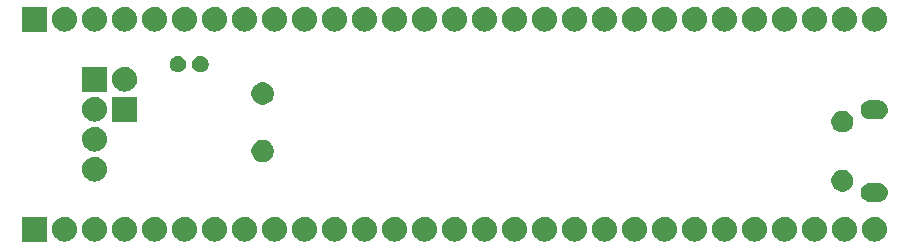
<source format=gbs>
G04 #@! TF.GenerationSoftware,KiCad,Pcbnew,(5.0.0)*
G04 #@! TF.CreationDate,2018-10-21T19:13:21+02:00*
G04 #@! TF.ProjectId,mibo64_stm32,6D69626F36345F73746D33322E6B6963,rev?*
G04 #@! TF.SameCoordinates,PX6486dd0PY621abf0*
G04 #@! TF.FileFunction,Soldermask,Bot*
G04 #@! TF.FilePolarity,Negative*
%FSLAX46Y46*%
G04 Gerber Fmt 4.6, Leading zero omitted, Abs format (unit mm)*
G04 Created by KiCad (PCBNEW (5.0.0)) date 10/21/18 19:13:21*
%MOMM*%
%LPD*%
G01*
G04 APERTURE LIST*
%ADD10C,0.100000*%
G04 APERTURE END LIST*
D10*
G36*
X44578707Y-18007596D02*
X44655836Y-18015193D01*
X44787787Y-18055220D01*
X44853763Y-18075233D01*
X45036172Y-18172733D01*
X45196054Y-18303946D01*
X45327267Y-18463828D01*
X45424767Y-18646237D01*
X45424767Y-18646238D01*
X45484807Y-18844164D01*
X45505080Y-19050000D01*
X45484807Y-19255836D01*
X45444780Y-19387787D01*
X45424767Y-19453763D01*
X45327267Y-19636172D01*
X45196054Y-19796054D01*
X45036172Y-19927267D01*
X44853763Y-20024767D01*
X44787787Y-20044780D01*
X44655836Y-20084807D01*
X44578707Y-20092403D01*
X44501580Y-20100000D01*
X44398420Y-20100000D01*
X44321293Y-20092403D01*
X44244164Y-20084807D01*
X44112213Y-20044780D01*
X44046237Y-20024767D01*
X43863828Y-19927267D01*
X43703946Y-19796054D01*
X43572733Y-19636172D01*
X43475233Y-19453763D01*
X43455220Y-19387787D01*
X43415193Y-19255836D01*
X43394920Y-19050000D01*
X43415193Y-18844164D01*
X43475233Y-18646238D01*
X43475233Y-18646237D01*
X43572733Y-18463828D01*
X43703946Y-18303946D01*
X43863828Y-18172733D01*
X44046237Y-18075233D01*
X44112213Y-18055220D01*
X44244164Y-18015193D01*
X44321293Y-18007596D01*
X44398420Y-18000000D01*
X44501580Y-18000000D01*
X44578707Y-18007596D01*
X44578707Y-18007596D01*
G37*
G36*
X39498707Y-18007596D02*
X39575836Y-18015193D01*
X39707787Y-18055220D01*
X39773763Y-18075233D01*
X39956172Y-18172733D01*
X40116054Y-18303946D01*
X40247267Y-18463828D01*
X40344767Y-18646237D01*
X40344767Y-18646238D01*
X40404807Y-18844164D01*
X40425080Y-19050000D01*
X40404807Y-19255836D01*
X40364780Y-19387787D01*
X40344767Y-19453763D01*
X40247267Y-19636172D01*
X40116054Y-19796054D01*
X39956172Y-19927267D01*
X39773763Y-20024767D01*
X39707787Y-20044780D01*
X39575836Y-20084807D01*
X39498707Y-20092403D01*
X39421580Y-20100000D01*
X39318420Y-20100000D01*
X39241293Y-20092403D01*
X39164164Y-20084807D01*
X39032213Y-20044780D01*
X38966237Y-20024767D01*
X38783828Y-19927267D01*
X38623946Y-19796054D01*
X38492733Y-19636172D01*
X38395233Y-19453763D01*
X38375220Y-19387787D01*
X38335193Y-19255836D01*
X38314920Y-19050000D01*
X38335193Y-18844164D01*
X38395233Y-18646238D01*
X38395233Y-18646237D01*
X38492733Y-18463828D01*
X38623946Y-18303946D01*
X38783828Y-18172733D01*
X38966237Y-18075233D01*
X39032213Y-18055220D01*
X39164164Y-18015193D01*
X39241293Y-18007596D01*
X39318420Y-18000000D01*
X39421580Y-18000000D01*
X39498707Y-18007596D01*
X39498707Y-18007596D01*
G37*
G36*
X72518707Y-18007596D02*
X72595836Y-18015193D01*
X72727787Y-18055220D01*
X72793763Y-18075233D01*
X72976172Y-18172733D01*
X73136054Y-18303946D01*
X73267267Y-18463828D01*
X73364767Y-18646237D01*
X73364767Y-18646238D01*
X73424807Y-18844164D01*
X73445080Y-19050000D01*
X73424807Y-19255836D01*
X73384780Y-19387787D01*
X73364767Y-19453763D01*
X73267267Y-19636172D01*
X73136054Y-19796054D01*
X72976172Y-19927267D01*
X72793763Y-20024767D01*
X72727787Y-20044780D01*
X72595836Y-20084807D01*
X72518707Y-20092403D01*
X72441580Y-20100000D01*
X72338420Y-20100000D01*
X72261293Y-20092403D01*
X72184164Y-20084807D01*
X72052213Y-20044780D01*
X71986237Y-20024767D01*
X71803828Y-19927267D01*
X71643946Y-19796054D01*
X71512733Y-19636172D01*
X71415233Y-19453763D01*
X71395220Y-19387787D01*
X71355193Y-19255836D01*
X71334920Y-19050000D01*
X71355193Y-18844164D01*
X71415233Y-18646238D01*
X71415233Y-18646237D01*
X71512733Y-18463828D01*
X71643946Y-18303946D01*
X71803828Y-18172733D01*
X71986237Y-18075233D01*
X72052213Y-18055220D01*
X72184164Y-18015193D01*
X72261293Y-18007596D01*
X72338420Y-18000000D01*
X72441580Y-18000000D01*
X72518707Y-18007596D01*
X72518707Y-18007596D01*
G37*
G36*
X67438707Y-18007596D02*
X67515836Y-18015193D01*
X67647787Y-18055220D01*
X67713763Y-18075233D01*
X67896172Y-18172733D01*
X68056054Y-18303946D01*
X68187267Y-18463828D01*
X68284767Y-18646237D01*
X68284767Y-18646238D01*
X68344807Y-18844164D01*
X68365080Y-19050000D01*
X68344807Y-19255836D01*
X68304780Y-19387787D01*
X68284767Y-19453763D01*
X68187267Y-19636172D01*
X68056054Y-19796054D01*
X67896172Y-19927267D01*
X67713763Y-20024767D01*
X67647787Y-20044780D01*
X67515836Y-20084807D01*
X67438707Y-20092403D01*
X67361580Y-20100000D01*
X67258420Y-20100000D01*
X67181293Y-20092403D01*
X67104164Y-20084807D01*
X66972213Y-20044780D01*
X66906237Y-20024767D01*
X66723828Y-19927267D01*
X66563946Y-19796054D01*
X66432733Y-19636172D01*
X66335233Y-19453763D01*
X66315220Y-19387787D01*
X66275193Y-19255836D01*
X66254920Y-19050000D01*
X66275193Y-18844164D01*
X66335233Y-18646238D01*
X66335233Y-18646237D01*
X66432733Y-18463828D01*
X66563946Y-18303946D01*
X66723828Y-18172733D01*
X66906237Y-18075233D01*
X66972213Y-18055220D01*
X67104164Y-18015193D01*
X67181293Y-18007596D01*
X67258420Y-18000000D01*
X67361580Y-18000000D01*
X67438707Y-18007596D01*
X67438707Y-18007596D01*
G37*
G36*
X64898707Y-18007596D02*
X64975836Y-18015193D01*
X65107787Y-18055220D01*
X65173763Y-18075233D01*
X65356172Y-18172733D01*
X65516054Y-18303946D01*
X65647267Y-18463828D01*
X65744767Y-18646237D01*
X65744767Y-18646238D01*
X65804807Y-18844164D01*
X65825080Y-19050000D01*
X65804807Y-19255836D01*
X65764780Y-19387787D01*
X65744767Y-19453763D01*
X65647267Y-19636172D01*
X65516054Y-19796054D01*
X65356172Y-19927267D01*
X65173763Y-20024767D01*
X65107787Y-20044780D01*
X64975836Y-20084807D01*
X64898707Y-20092403D01*
X64821580Y-20100000D01*
X64718420Y-20100000D01*
X64641293Y-20092403D01*
X64564164Y-20084807D01*
X64432213Y-20044780D01*
X64366237Y-20024767D01*
X64183828Y-19927267D01*
X64023946Y-19796054D01*
X63892733Y-19636172D01*
X63795233Y-19453763D01*
X63775220Y-19387787D01*
X63735193Y-19255836D01*
X63714920Y-19050000D01*
X63735193Y-18844164D01*
X63795233Y-18646238D01*
X63795233Y-18646237D01*
X63892733Y-18463828D01*
X64023946Y-18303946D01*
X64183828Y-18172733D01*
X64366237Y-18075233D01*
X64432213Y-18055220D01*
X64564164Y-18015193D01*
X64641293Y-18007596D01*
X64718420Y-18000000D01*
X64821580Y-18000000D01*
X64898707Y-18007596D01*
X64898707Y-18007596D01*
G37*
G36*
X62358707Y-18007596D02*
X62435836Y-18015193D01*
X62567787Y-18055220D01*
X62633763Y-18075233D01*
X62816172Y-18172733D01*
X62976054Y-18303946D01*
X63107267Y-18463828D01*
X63204767Y-18646237D01*
X63204767Y-18646238D01*
X63264807Y-18844164D01*
X63285080Y-19050000D01*
X63264807Y-19255836D01*
X63224780Y-19387787D01*
X63204767Y-19453763D01*
X63107267Y-19636172D01*
X62976054Y-19796054D01*
X62816172Y-19927267D01*
X62633763Y-20024767D01*
X62567787Y-20044780D01*
X62435836Y-20084807D01*
X62358707Y-20092403D01*
X62281580Y-20100000D01*
X62178420Y-20100000D01*
X62101293Y-20092403D01*
X62024164Y-20084807D01*
X61892213Y-20044780D01*
X61826237Y-20024767D01*
X61643828Y-19927267D01*
X61483946Y-19796054D01*
X61352733Y-19636172D01*
X61255233Y-19453763D01*
X61235220Y-19387787D01*
X61195193Y-19255836D01*
X61174920Y-19050000D01*
X61195193Y-18844164D01*
X61255233Y-18646238D01*
X61255233Y-18646237D01*
X61352733Y-18463828D01*
X61483946Y-18303946D01*
X61643828Y-18172733D01*
X61826237Y-18075233D01*
X61892213Y-18055220D01*
X62024164Y-18015193D01*
X62101293Y-18007596D01*
X62178420Y-18000000D01*
X62281580Y-18000000D01*
X62358707Y-18007596D01*
X62358707Y-18007596D01*
G37*
G36*
X59818707Y-18007596D02*
X59895836Y-18015193D01*
X60027787Y-18055220D01*
X60093763Y-18075233D01*
X60276172Y-18172733D01*
X60436054Y-18303946D01*
X60567267Y-18463828D01*
X60664767Y-18646237D01*
X60664767Y-18646238D01*
X60724807Y-18844164D01*
X60745080Y-19050000D01*
X60724807Y-19255836D01*
X60684780Y-19387787D01*
X60664767Y-19453763D01*
X60567267Y-19636172D01*
X60436054Y-19796054D01*
X60276172Y-19927267D01*
X60093763Y-20024767D01*
X60027787Y-20044780D01*
X59895836Y-20084807D01*
X59818707Y-20092403D01*
X59741580Y-20100000D01*
X59638420Y-20100000D01*
X59561293Y-20092403D01*
X59484164Y-20084807D01*
X59352213Y-20044780D01*
X59286237Y-20024767D01*
X59103828Y-19927267D01*
X58943946Y-19796054D01*
X58812733Y-19636172D01*
X58715233Y-19453763D01*
X58695220Y-19387787D01*
X58655193Y-19255836D01*
X58634920Y-19050000D01*
X58655193Y-18844164D01*
X58715233Y-18646238D01*
X58715233Y-18646237D01*
X58812733Y-18463828D01*
X58943946Y-18303946D01*
X59103828Y-18172733D01*
X59286237Y-18075233D01*
X59352213Y-18055220D01*
X59484164Y-18015193D01*
X59561293Y-18007596D01*
X59638420Y-18000000D01*
X59741580Y-18000000D01*
X59818707Y-18007596D01*
X59818707Y-18007596D01*
G37*
G36*
X57278707Y-18007596D02*
X57355836Y-18015193D01*
X57487787Y-18055220D01*
X57553763Y-18075233D01*
X57736172Y-18172733D01*
X57896054Y-18303946D01*
X58027267Y-18463828D01*
X58124767Y-18646237D01*
X58124767Y-18646238D01*
X58184807Y-18844164D01*
X58205080Y-19050000D01*
X58184807Y-19255836D01*
X58144780Y-19387787D01*
X58124767Y-19453763D01*
X58027267Y-19636172D01*
X57896054Y-19796054D01*
X57736172Y-19927267D01*
X57553763Y-20024767D01*
X57487787Y-20044780D01*
X57355836Y-20084807D01*
X57278707Y-20092403D01*
X57201580Y-20100000D01*
X57098420Y-20100000D01*
X57021293Y-20092403D01*
X56944164Y-20084807D01*
X56812213Y-20044780D01*
X56746237Y-20024767D01*
X56563828Y-19927267D01*
X56403946Y-19796054D01*
X56272733Y-19636172D01*
X56175233Y-19453763D01*
X56155220Y-19387787D01*
X56115193Y-19255836D01*
X56094920Y-19050000D01*
X56115193Y-18844164D01*
X56175233Y-18646238D01*
X56175233Y-18646237D01*
X56272733Y-18463828D01*
X56403946Y-18303946D01*
X56563828Y-18172733D01*
X56746237Y-18075233D01*
X56812213Y-18055220D01*
X56944164Y-18015193D01*
X57021293Y-18007596D01*
X57098420Y-18000000D01*
X57201580Y-18000000D01*
X57278707Y-18007596D01*
X57278707Y-18007596D01*
G37*
G36*
X54738707Y-18007596D02*
X54815836Y-18015193D01*
X54947787Y-18055220D01*
X55013763Y-18075233D01*
X55196172Y-18172733D01*
X55356054Y-18303946D01*
X55487267Y-18463828D01*
X55584767Y-18646237D01*
X55584767Y-18646238D01*
X55644807Y-18844164D01*
X55665080Y-19050000D01*
X55644807Y-19255836D01*
X55604780Y-19387787D01*
X55584767Y-19453763D01*
X55487267Y-19636172D01*
X55356054Y-19796054D01*
X55196172Y-19927267D01*
X55013763Y-20024767D01*
X54947787Y-20044780D01*
X54815836Y-20084807D01*
X54738707Y-20092403D01*
X54661580Y-20100000D01*
X54558420Y-20100000D01*
X54481293Y-20092403D01*
X54404164Y-20084807D01*
X54272213Y-20044780D01*
X54206237Y-20024767D01*
X54023828Y-19927267D01*
X53863946Y-19796054D01*
X53732733Y-19636172D01*
X53635233Y-19453763D01*
X53615220Y-19387787D01*
X53575193Y-19255836D01*
X53554920Y-19050000D01*
X53575193Y-18844164D01*
X53635233Y-18646238D01*
X53635233Y-18646237D01*
X53732733Y-18463828D01*
X53863946Y-18303946D01*
X54023828Y-18172733D01*
X54206237Y-18075233D01*
X54272213Y-18055220D01*
X54404164Y-18015193D01*
X54481293Y-18007596D01*
X54558420Y-18000000D01*
X54661580Y-18000000D01*
X54738707Y-18007596D01*
X54738707Y-18007596D01*
G37*
G36*
X52198707Y-18007596D02*
X52275836Y-18015193D01*
X52407787Y-18055220D01*
X52473763Y-18075233D01*
X52656172Y-18172733D01*
X52816054Y-18303946D01*
X52947267Y-18463828D01*
X53044767Y-18646237D01*
X53044767Y-18646238D01*
X53104807Y-18844164D01*
X53125080Y-19050000D01*
X53104807Y-19255836D01*
X53064780Y-19387787D01*
X53044767Y-19453763D01*
X52947267Y-19636172D01*
X52816054Y-19796054D01*
X52656172Y-19927267D01*
X52473763Y-20024767D01*
X52407787Y-20044780D01*
X52275836Y-20084807D01*
X52198707Y-20092403D01*
X52121580Y-20100000D01*
X52018420Y-20100000D01*
X51941293Y-20092403D01*
X51864164Y-20084807D01*
X51732213Y-20044780D01*
X51666237Y-20024767D01*
X51483828Y-19927267D01*
X51323946Y-19796054D01*
X51192733Y-19636172D01*
X51095233Y-19453763D01*
X51075220Y-19387787D01*
X51035193Y-19255836D01*
X51014920Y-19050000D01*
X51035193Y-18844164D01*
X51095233Y-18646238D01*
X51095233Y-18646237D01*
X51192733Y-18463828D01*
X51323946Y-18303946D01*
X51483828Y-18172733D01*
X51666237Y-18075233D01*
X51732213Y-18055220D01*
X51864164Y-18015193D01*
X51941293Y-18007596D01*
X52018420Y-18000000D01*
X52121580Y-18000000D01*
X52198707Y-18007596D01*
X52198707Y-18007596D01*
G37*
G36*
X49658707Y-18007596D02*
X49735836Y-18015193D01*
X49867787Y-18055220D01*
X49933763Y-18075233D01*
X50116172Y-18172733D01*
X50276054Y-18303946D01*
X50407267Y-18463828D01*
X50504767Y-18646237D01*
X50504767Y-18646238D01*
X50564807Y-18844164D01*
X50585080Y-19050000D01*
X50564807Y-19255836D01*
X50524780Y-19387787D01*
X50504767Y-19453763D01*
X50407267Y-19636172D01*
X50276054Y-19796054D01*
X50116172Y-19927267D01*
X49933763Y-20024767D01*
X49867787Y-20044780D01*
X49735836Y-20084807D01*
X49658707Y-20092403D01*
X49581580Y-20100000D01*
X49478420Y-20100000D01*
X49401293Y-20092403D01*
X49324164Y-20084807D01*
X49192213Y-20044780D01*
X49126237Y-20024767D01*
X48943828Y-19927267D01*
X48783946Y-19796054D01*
X48652733Y-19636172D01*
X48555233Y-19453763D01*
X48535220Y-19387787D01*
X48495193Y-19255836D01*
X48474920Y-19050000D01*
X48495193Y-18844164D01*
X48555233Y-18646238D01*
X48555233Y-18646237D01*
X48652733Y-18463828D01*
X48783946Y-18303946D01*
X48943828Y-18172733D01*
X49126237Y-18075233D01*
X49192213Y-18055220D01*
X49324164Y-18015193D01*
X49401293Y-18007596D01*
X49478420Y-18000000D01*
X49581580Y-18000000D01*
X49658707Y-18007596D01*
X49658707Y-18007596D01*
G37*
G36*
X47118707Y-18007596D02*
X47195836Y-18015193D01*
X47327787Y-18055220D01*
X47393763Y-18075233D01*
X47576172Y-18172733D01*
X47736054Y-18303946D01*
X47867267Y-18463828D01*
X47964767Y-18646237D01*
X47964767Y-18646238D01*
X48024807Y-18844164D01*
X48045080Y-19050000D01*
X48024807Y-19255836D01*
X47984780Y-19387787D01*
X47964767Y-19453763D01*
X47867267Y-19636172D01*
X47736054Y-19796054D01*
X47576172Y-19927267D01*
X47393763Y-20024767D01*
X47327787Y-20044780D01*
X47195836Y-20084807D01*
X47118707Y-20092403D01*
X47041580Y-20100000D01*
X46938420Y-20100000D01*
X46861293Y-20092403D01*
X46784164Y-20084807D01*
X46652213Y-20044780D01*
X46586237Y-20024767D01*
X46403828Y-19927267D01*
X46243946Y-19796054D01*
X46112733Y-19636172D01*
X46015233Y-19453763D01*
X45995220Y-19387787D01*
X45955193Y-19255836D01*
X45934920Y-19050000D01*
X45955193Y-18844164D01*
X46015233Y-18646238D01*
X46015233Y-18646237D01*
X46112733Y-18463828D01*
X46243946Y-18303946D01*
X46403828Y-18172733D01*
X46586237Y-18075233D01*
X46652213Y-18055220D01*
X46784164Y-18015193D01*
X46861293Y-18007596D01*
X46938420Y-18000000D01*
X47041580Y-18000000D01*
X47118707Y-18007596D01*
X47118707Y-18007596D01*
G37*
G36*
X42038707Y-18007596D02*
X42115836Y-18015193D01*
X42247787Y-18055220D01*
X42313763Y-18075233D01*
X42496172Y-18172733D01*
X42656054Y-18303946D01*
X42787267Y-18463828D01*
X42884767Y-18646237D01*
X42884767Y-18646238D01*
X42944807Y-18844164D01*
X42965080Y-19050000D01*
X42944807Y-19255836D01*
X42904780Y-19387787D01*
X42884767Y-19453763D01*
X42787267Y-19636172D01*
X42656054Y-19796054D01*
X42496172Y-19927267D01*
X42313763Y-20024767D01*
X42247787Y-20044780D01*
X42115836Y-20084807D01*
X42038707Y-20092403D01*
X41961580Y-20100000D01*
X41858420Y-20100000D01*
X41781293Y-20092403D01*
X41704164Y-20084807D01*
X41572213Y-20044780D01*
X41506237Y-20024767D01*
X41323828Y-19927267D01*
X41163946Y-19796054D01*
X41032733Y-19636172D01*
X40935233Y-19453763D01*
X40915220Y-19387787D01*
X40875193Y-19255836D01*
X40854920Y-19050000D01*
X40875193Y-18844164D01*
X40935233Y-18646238D01*
X40935233Y-18646237D01*
X41032733Y-18463828D01*
X41163946Y-18303946D01*
X41323828Y-18172733D01*
X41506237Y-18075233D01*
X41572213Y-18055220D01*
X41704164Y-18015193D01*
X41781293Y-18007596D01*
X41858420Y-18000000D01*
X41961580Y-18000000D01*
X42038707Y-18007596D01*
X42038707Y-18007596D01*
G37*
G36*
X69978707Y-18007596D02*
X70055836Y-18015193D01*
X70187787Y-18055220D01*
X70253763Y-18075233D01*
X70436172Y-18172733D01*
X70596054Y-18303946D01*
X70727267Y-18463828D01*
X70824767Y-18646237D01*
X70824767Y-18646238D01*
X70884807Y-18844164D01*
X70905080Y-19050000D01*
X70884807Y-19255836D01*
X70844780Y-19387787D01*
X70824767Y-19453763D01*
X70727267Y-19636172D01*
X70596054Y-19796054D01*
X70436172Y-19927267D01*
X70253763Y-20024767D01*
X70187787Y-20044780D01*
X70055836Y-20084807D01*
X69978707Y-20092403D01*
X69901580Y-20100000D01*
X69798420Y-20100000D01*
X69721293Y-20092403D01*
X69644164Y-20084807D01*
X69512213Y-20044780D01*
X69446237Y-20024767D01*
X69263828Y-19927267D01*
X69103946Y-19796054D01*
X68972733Y-19636172D01*
X68875233Y-19453763D01*
X68855220Y-19387787D01*
X68815193Y-19255836D01*
X68794920Y-19050000D01*
X68815193Y-18844164D01*
X68875233Y-18646238D01*
X68875233Y-18646237D01*
X68972733Y-18463828D01*
X69103946Y-18303946D01*
X69263828Y-18172733D01*
X69446237Y-18075233D01*
X69512213Y-18055220D01*
X69644164Y-18015193D01*
X69721293Y-18007596D01*
X69798420Y-18000000D01*
X69901580Y-18000000D01*
X69978707Y-18007596D01*
X69978707Y-18007596D01*
G37*
G36*
X36958707Y-18007596D02*
X37035836Y-18015193D01*
X37167787Y-18055220D01*
X37233763Y-18075233D01*
X37416172Y-18172733D01*
X37576054Y-18303946D01*
X37707267Y-18463828D01*
X37804767Y-18646237D01*
X37804767Y-18646238D01*
X37864807Y-18844164D01*
X37885080Y-19050000D01*
X37864807Y-19255836D01*
X37824780Y-19387787D01*
X37804767Y-19453763D01*
X37707267Y-19636172D01*
X37576054Y-19796054D01*
X37416172Y-19927267D01*
X37233763Y-20024767D01*
X37167787Y-20044780D01*
X37035836Y-20084807D01*
X36958707Y-20092403D01*
X36881580Y-20100000D01*
X36778420Y-20100000D01*
X36701293Y-20092403D01*
X36624164Y-20084807D01*
X36492213Y-20044780D01*
X36426237Y-20024767D01*
X36243828Y-19927267D01*
X36083946Y-19796054D01*
X35952733Y-19636172D01*
X35855233Y-19453763D01*
X35835220Y-19387787D01*
X35795193Y-19255836D01*
X35774920Y-19050000D01*
X35795193Y-18844164D01*
X35855233Y-18646238D01*
X35855233Y-18646237D01*
X35952733Y-18463828D01*
X36083946Y-18303946D01*
X36243828Y-18172733D01*
X36426237Y-18075233D01*
X36492213Y-18055220D01*
X36624164Y-18015193D01*
X36701293Y-18007596D01*
X36778420Y-18000000D01*
X36881580Y-18000000D01*
X36958707Y-18007596D01*
X36958707Y-18007596D01*
G37*
G36*
X11558707Y-18007596D02*
X11635836Y-18015193D01*
X11767787Y-18055220D01*
X11833763Y-18075233D01*
X12016172Y-18172733D01*
X12176054Y-18303946D01*
X12307267Y-18463828D01*
X12404767Y-18646237D01*
X12404767Y-18646238D01*
X12464807Y-18844164D01*
X12485080Y-19050000D01*
X12464807Y-19255836D01*
X12424780Y-19387787D01*
X12404767Y-19453763D01*
X12307267Y-19636172D01*
X12176054Y-19796054D01*
X12016172Y-19927267D01*
X11833763Y-20024767D01*
X11767787Y-20044780D01*
X11635836Y-20084807D01*
X11558707Y-20092403D01*
X11481580Y-20100000D01*
X11378420Y-20100000D01*
X11301293Y-20092403D01*
X11224164Y-20084807D01*
X11092213Y-20044780D01*
X11026237Y-20024767D01*
X10843828Y-19927267D01*
X10683946Y-19796054D01*
X10552733Y-19636172D01*
X10455233Y-19453763D01*
X10435220Y-19387787D01*
X10395193Y-19255836D01*
X10374920Y-19050000D01*
X10395193Y-18844164D01*
X10455233Y-18646238D01*
X10455233Y-18646237D01*
X10552733Y-18463828D01*
X10683946Y-18303946D01*
X10843828Y-18172733D01*
X11026237Y-18075233D01*
X11092213Y-18055220D01*
X11224164Y-18015193D01*
X11301293Y-18007596D01*
X11378420Y-18000000D01*
X11481580Y-18000000D01*
X11558707Y-18007596D01*
X11558707Y-18007596D01*
G37*
G36*
X2320000Y-20100000D02*
X220000Y-20100000D01*
X220000Y-18000000D01*
X2320000Y-18000000D01*
X2320000Y-20100000D01*
X2320000Y-20100000D01*
G37*
G36*
X3938707Y-18007596D02*
X4015836Y-18015193D01*
X4147787Y-18055220D01*
X4213763Y-18075233D01*
X4396172Y-18172733D01*
X4556054Y-18303946D01*
X4687267Y-18463828D01*
X4784767Y-18646237D01*
X4784767Y-18646238D01*
X4844807Y-18844164D01*
X4865080Y-19050000D01*
X4844807Y-19255836D01*
X4804780Y-19387787D01*
X4784767Y-19453763D01*
X4687267Y-19636172D01*
X4556054Y-19796054D01*
X4396172Y-19927267D01*
X4213763Y-20024767D01*
X4147787Y-20044780D01*
X4015836Y-20084807D01*
X3938707Y-20092403D01*
X3861580Y-20100000D01*
X3758420Y-20100000D01*
X3681293Y-20092403D01*
X3604164Y-20084807D01*
X3472213Y-20044780D01*
X3406237Y-20024767D01*
X3223828Y-19927267D01*
X3063946Y-19796054D01*
X2932733Y-19636172D01*
X2835233Y-19453763D01*
X2815220Y-19387787D01*
X2775193Y-19255836D01*
X2754920Y-19050000D01*
X2775193Y-18844164D01*
X2835233Y-18646238D01*
X2835233Y-18646237D01*
X2932733Y-18463828D01*
X3063946Y-18303946D01*
X3223828Y-18172733D01*
X3406237Y-18075233D01*
X3472213Y-18055220D01*
X3604164Y-18015193D01*
X3681293Y-18007596D01*
X3758420Y-18000000D01*
X3861580Y-18000000D01*
X3938707Y-18007596D01*
X3938707Y-18007596D01*
G37*
G36*
X6478707Y-18007596D02*
X6555836Y-18015193D01*
X6687787Y-18055220D01*
X6753763Y-18075233D01*
X6936172Y-18172733D01*
X7096054Y-18303946D01*
X7227267Y-18463828D01*
X7324767Y-18646237D01*
X7324767Y-18646238D01*
X7384807Y-18844164D01*
X7405080Y-19050000D01*
X7384807Y-19255836D01*
X7344780Y-19387787D01*
X7324767Y-19453763D01*
X7227267Y-19636172D01*
X7096054Y-19796054D01*
X6936172Y-19927267D01*
X6753763Y-20024767D01*
X6687787Y-20044780D01*
X6555836Y-20084807D01*
X6478707Y-20092403D01*
X6401580Y-20100000D01*
X6298420Y-20100000D01*
X6221293Y-20092403D01*
X6144164Y-20084807D01*
X6012213Y-20044780D01*
X5946237Y-20024767D01*
X5763828Y-19927267D01*
X5603946Y-19796054D01*
X5472733Y-19636172D01*
X5375233Y-19453763D01*
X5355220Y-19387787D01*
X5315193Y-19255836D01*
X5294920Y-19050000D01*
X5315193Y-18844164D01*
X5375233Y-18646238D01*
X5375233Y-18646237D01*
X5472733Y-18463828D01*
X5603946Y-18303946D01*
X5763828Y-18172733D01*
X5946237Y-18075233D01*
X6012213Y-18055220D01*
X6144164Y-18015193D01*
X6221293Y-18007596D01*
X6298420Y-18000000D01*
X6401580Y-18000000D01*
X6478707Y-18007596D01*
X6478707Y-18007596D01*
G37*
G36*
X9018707Y-18007596D02*
X9095836Y-18015193D01*
X9227787Y-18055220D01*
X9293763Y-18075233D01*
X9476172Y-18172733D01*
X9636054Y-18303946D01*
X9767267Y-18463828D01*
X9864767Y-18646237D01*
X9864767Y-18646238D01*
X9924807Y-18844164D01*
X9945080Y-19050000D01*
X9924807Y-19255836D01*
X9884780Y-19387787D01*
X9864767Y-19453763D01*
X9767267Y-19636172D01*
X9636054Y-19796054D01*
X9476172Y-19927267D01*
X9293763Y-20024767D01*
X9227787Y-20044780D01*
X9095836Y-20084807D01*
X9018707Y-20092403D01*
X8941580Y-20100000D01*
X8838420Y-20100000D01*
X8761293Y-20092403D01*
X8684164Y-20084807D01*
X8552213Y-20044780D01*
X8486237Y-20024767D01*
X8303828Y-19927267D01*
X8143946Y-19796054D01*
X8012733Y-19636172D01*
X7915233Y-19453763D01*
X7895220Y-19387787D01*
X7855193Y-19255836D01*
X7834920Y-19050000D01*
X7855193Y-18844164D01*
X7915233Y-18646238D01*
X7915233Y-18646237D01*
X8012733Y-18463828D01*
X8143946Y-18303946D01*
X8303828Y-18172733D01*
X8486237Y-18075233D01*
X8552213Y-18055220D01*
X8684164Y-18015193D01*
X8761293Y-18007596D01*
X8838420Y-18000000D01*
X8941580Y-18000000D01*
X9018707Y-18007596D01*
X9018707Y-18007596D01*
G37*
G36*
X34418707Y-18007596D02*
X34495836Y-18015193D01*
X34627787Y-18055220D01*
X34693763Y-18075233D01*
X34876172Y-18172733D01*
X35036054Y-18303946D01*
X35167267Y-18463828D01*
X35264767Y-18646237D01*
X35264767Y-18646238D01*
X35324807Y-18844164D01*
X35345080Y-19050000D01*
X35324807Y-19255836D01*
X35284780Y-19387787D01*
X35264767Y-19453763D01*
X35167267Y-19636172D01*
X35036054Y-19796054D01*
X34876172Y-19927267D01*
X34693763Y-20024767D01*
X34627787Y-20044780D01*
X34495836Y-20084807D01*
X34418707Y-20092403D01*
X34341580Y-20100000D01*
X34238420Y-20100000D01*
X34161293Y-20092403D01*
X34084164Y-20084807D01*
X33952213Y-20044780D01*
X33886237Y-20024767D01*
X33703828Y-19927267D01*
X33543946Y-19796054D01*
X33412733Y-19636172D01*
X33315233Y-19453763D01*
X33295220Y-19387787D01*
X33255193Y-19255836D01*
X33234920Y-19050000D01*
X33255193Y-18844164D01*
X33315233Y-18646238D01*
X33315233Y-18646237D01*
X33412733Y-18463828D01*
X33543946Y-18303946D01*
X33703828Y-18172733D01*
X33886237Y-18075233D01*
X33952213Y-18055220D01*
X34084164Y-18015193D01*
X34161293Y-18007596D01*
X34238420Y-18000000D01*
X34341580Y-18000000D01*
X34418707Y-18007596D01*
X34418707Y-18007596D01*
G37*
G36*
X14098707Y-18007596D02*
X14175836Y-18015193D01*
X14307787Y-18055220D01*
X14373763Y-18075233D01*
X14556172Y-18172733D01*
X14716054Y-18303946D01*
X14847267Y-18463828D01*
X14944767Y-18646237D01*
X14944767Y-18646238D01*
X15004807Y-18844164D01*
X15025080Y-19050000D01*
X15004807Y-19255836D01*
X14964780Y-19387787D01*
X14944767Y-19453763D01*
X14847267Y-19636172D01*
X14716054Y-19796054D01*
X14556172Y-19927267D01*
X14373763Y-20024767D01*
X14307787Y-20044780D01*
X14175836Y-20084807D01*
X14098707Y-20092403D01*
X14021580Y-20100000D01*
X13918420Y-20100000D01*
X13841293Y-20092403D01*
X13764164Y-20084807D01*
X13632213Y-20044780D01*
X13566237Y-20024767D01*
X13383828Y-19927267D01*
X13223946Y-19796054D01*
X13092733Y-19636172D01*
X12995233Y-19453763D01*
X12975220Y-19387787D01*
X12935193Y-19255836D01*
X12914920Y-19050000D01*
X12935193Y-18844164D01*
X12995233Y-18646238D01*
X12995233Y-18646237D01*
X13092733Y-18463828D01*
X13223946Y-18303946D01*
X13383828Y-18172733D01*
X13566237Y-18075233D01*
X13632213Y-18055220D01*
X13764164Y-18015193D01*
X13841293Y-18007596D01*
X13918420Y-18000000D01*
X14021580Y-18000000D01*
X14098707Y-18007596D01*
X14098707Y-18007596D01*
G37*
G36*
X16638707Y-18007596D02*
X16715836Y-18015193D01*
X16847787Y-18055220D01*
X16913763Y-18075233D01*
X17096172Y-18172733D01*
X17256054Y-18303946D01*
X17387267Y-18463828D01*
X17484767Y-18646237D01*
X17484767Y-18646238D01*
X17544807Y-18844164D01*
X17565080Y-19050000D01*
X17544807Y-19255836D01*
X17504780Y-19387787D01*
X17484767Y-19453763D01*
X17387267Y-19636172D01*
X17256054Y-19796054D01*
X17096172Y-19927267D01*
X16913763Y-20024767D01*
X16847787Y-20044780D01*
X16715836Y-20084807D01*
X16638707Y-20092403D01*
X16561580Y-20100000D01*
X16458420Y-20100000D01*
X16381293Y-20092403D01*
X16304164Y-20084807D01*
X16172213Y-20044780D01*
X16106237Y-20024767D01*
X15923828Y-19927267D01*
X15763946Y-19796054D01*
X15632733Y-19636172D01*
X15535233Y-19453763D01*
X15515220Y-19387787D01*
X15475193Y-19255836D01*
X15454920Y-19050000D01*
X15475193Y-18844164D01*
X15535233Y-18646238D01*
X15535233Y-18646237D01*
X15632733Y-18463828D01*
X15763946Y-18303946D01*
X15923828Y-18172733D01*
X16106237Y-18075233D01*
X16172213Y-18055220D01*
X16304164Y-18015193D01*
X16381293Y-18007596D01*
X16458420Y-18000000D01*
X16561580Y-18000000D01*
X16638707Y-18007596D01*
X16638707Y-18007596D01*
G37*
G36*
X19178707Y-18007596D02*
X19255836Y-18015193D01*
X19387787Y-18055220D01*
X19453763Y-18075233D01*
X19636172Y-18172733D01*
X19796054Y-18303946D01*
X19927267Y-18463828D01*
X20024767Y-18646237D01*
X20024767Y-18646238D01*
X20084807Y-18844164D01*
X20105080Y-19050000D01*
X20084807Y-19255836D01*
X20044780Y-19387787D01*
X20024767Y-19453763D01*
X19927267Y-19636172D01*
X19796054Y-19796054D01*
X19636172Y-19927267D01*
X19453763Y-20024767D01*
X19387787Y-20044780D01*
X19255836Y-20084807D01*
X19178707Y-20092403D01*
X19101580Y-20100000D01*
X18998420Y-20100000D01*
X18921293Y-20092403D01*
X18844164Y-20084807D01*
X18712213Y-20044780D01*
X18646237Y-20024767D01*
X18463828Y-19927267D01*
X18303946Y-19796054D01*
X18172733Y-19636172D01*
X18075233Y-19453763D01*
X18055220Y-19387787D01*
X18015193Y-19255836D01*
X17994920Y-19050000D01*
X18015193Y-18844164D01*
X18075233Y-18646238D01*
X18075233Y-18646237D01*
X18172733Y-18463828D01*
X18303946Y-18303946D01*
X18463828Y-18172733D01*
X18646237Y-18075233D01*
X18712213Y-18055220D01*
X18844164Y-18015193D01*
X18921293Y-18007596D01*
X18998420Y-18000000D01*
X19101580Y-18000000D01*
X19178707Y-18007596D01*
X19178707Y-18007596D01*
G37*
G36*
X21718707Y-18007596D02*
X21795836Y-18015193D01*
X21927787Y-18055220D01*
X21993763Y-18075233D01*
X22176172Y-18172733D01*
X22336054Y-18303946D01*
X22467267Y-18463828D01*
X22564767Y-18646237D01*
X22564767Y-18646238D01*
X22624807Y-18844164D01*
X22645080Y-19050000D01*
X22624807Y-19255836D01*
X22584780Y-19387787D01*
X22564767Y-19453763D01*
X22467267Y-19636172D01*
X22336054Y-19796054D01*
X22176172Y-19927267D01*
X21993763Y-20024767D01*
X21927787Y-20044780D01*
X21795836Y-20084807D01*
X21718707Y-20092403D01*
X21641580Y-20100000D01*
X21538420Y-20100000D01*
X21461293Y-20092403D01*
X21384164Y-20084807D01*
X21252213Y-20044780D01*
X21186237Y-20024767D01*
X21003828Y-19927267D01*
X20843946Y-19796054D01*
X20712733Y-19636172D01*
X20615233Y-19453763D01*
X20595220Y-19387787D01*
X20555193Y-19255836D01*
X20534920Y-19050000D01*
X20555193Y-18844164D01*
X20615233Y-18646238D01*
X20615233Y-18646237D01*
X20712733Y-18463828D01*
X20843946Y-18303946D01*
X21003828Y-18172733D01*
X21186237Y-18075233D01*
X21252213Y-18055220D01*
X21384164Y-18015193D01*
X21461293Y-18007596D01*
X21538420Y-18000000D01*
X21641580Y-18000000D01*
X21718707Y-18007596D01*
X21718707Y-18007596D01*
G37*
G36*
X24258707Y-18007596D02*
X24335836Y-18015193D01*
X24467787Y-18055220D01*
X24533763Y-18075233D01*
X24716172Y-18172733D01*
X24876054Y-18303946D01*
X25007267Y-18463828D01*
X25104767Y-18646237D01*
X25104767Y-18646238D01*
X25164807Y-18844164D01*
X25185080Y-19050000D01*
X25164807Y-19255836D01*
X25124780Y-19387787D01*
X25104767Y-19453763D01*
X25007267Y-19636172D01*
X24876054Y-19796054D01*
X24716172Y-19927267D01*
X24533763Y-20024767D01*
X24467787Y-20044780D01*
X24335836Y-20084807D01*
X24258707Y-20092403D01*
X24181580Y-20100000D01*
X24078420Y-20100000D01*
X24001293Y-20092403D01*
X23924164Y-20084807D01*
X23792213Y-20044780D01*
X23726237Y-20024767D01*
X23543828Y-19927267D01*
X23383946Y-19796054D01*
X23252733Y-19636172D01*
X23155233Y-19453763D01*
X23135220Y-19387787D01*
X23095193Y-19255836D01*
X23074920Y-19050000D01*
X23095193Y-18844164D01*
X23155233Y-18646238D01*
X23155233Y-18646237D01*
X23252733Y-18463828D01*
X23383946Y-18303946D01*
X23543828Y-18172733D01*
X23726237Y-18075233D01*
X23792213Y-18055220D01*
X23924164Y-18015193D01*
X24001293Y-18007596D01*
X24078420Y-18000000D01*
X24181580Y-18000000D01*
X24258707Y-18007596D01*
X24258707Y-18007596D01*
G37*
G36*
X26798707Y-18007596D02*
X26875836Y-18015193D01*
X27007787Y-18055220D01*
X27073763Y-18075233D01*
X27256172Y-18172733D01*
X27416054Y-18303946D01*
X27547267Y-18463828D01*
X27644767Y-18646237D01*
X27644767Y-18646238D01*
X27704807Y-18844164D01*
X27725080Y-19050000D01*
X27704807Y-19255836D01*
X27664780Y-19387787D01*
X27644767Y-19453763D01*
X27547267Y-19636172D01*
X27416054Y-19796054D01*
X27256172Y-19927267D01*
X27073763Y-20024767D01*
X27007787Y-20044780D01*
X26875836Y-20084807D01*
X26798707Y-20092403D01*
X26721580Y-20100000D01*
X26618420Y-20100000D01*
X26541293Y-20092403D01*
X26464164Y-20084807D01*
X26332213Y-20044780D01*
X26266237Y-20024767D01*
X26083828Y-19927267D01*
X25923946Y-19796054D01*
X25792733Y-19636172D01*
X25695233Y-19453763D01*
X25675220Y-19387787D01*
X25635193Y-19255836D01*
X25614920Y-19050000D01*
X25635193Y-18844164D01*
X25695233Y-18646238D01*
X25695233Y-18646237D01*
X25792733Y-18463828D01*
X25923946Y-18303946D01*
X26083828Y-18172733D01*
X26266237Y-18075233D01*
X26332213Y-18055220D01*
X26464164Y-18015193D01*
X26541293Y-18007596D01*
X26618420Y-18000000D01*
X26721580Y-18000000D01*
X26798707Y-18007596D01*
X26798707Y-18007596D01*
G37*
G36*
X29338707Y-18007596D02*
X29415836Y-18015193D01*
X29547787Y-18055220D01*
X29613763Y-18075233D01*
X29796172Y-18172733D01*
X29956054Y-18303946D01*
X30087267Y-18463828D01*
X30184767Y-18646237D01*
X30184767Y-18646238D01*
X30244807Y-18844164D01*
X30265080Y-19050000D01*
X30244807Y-19255836D01*
X30204780Y-19387787D01*
X30184767Y-19453763D01*
X30087267Y-19636172D01*
X29956054Y-19796054D01*
X29796172Y-19927267D01*
X29613763Y-20024767D01*
X29547787Y-20044780D01*
X29415836Y-20084807D01*
X29338707Y-20092403D01*
X29261580Y-20100000D01*
X29158420Y-20100000D01*
X29081293Y-20092403D01*
X29004164Y-20084807D01*
X28872213Y-20044780D01*
X28806237Y-20024767D01*
X28623828Y-19927267D01*
X28463946Y-19796054D01*
X28332733Y-19636172D01*
X28235233Y-19453763D01*
X28215220Y-19387787D01*
X28175193Y-19255836D01*
X28154920Y-19050000D01*
X28175193Y-18844164D01*
X28235233Y-18646238D01*
X28235233Y-18646237D01*
X28332733Y-18463828D01*
X28463946Y-18303946D01*
X28623828Y-18172733D01*
X28806237Y-18075233D01*
X28872213Y-18055220D01*
X29004164Y-18015193D01*
X29081293Y-18007596D01*
X29158420Y-18000000D01*
X29261580Y-18000000D01*
X29338707Y-18007596D01*
X29338707Y-18007596D01*
G37*
G36*
X31878707Y-18007596D02*
X31955836Y-18015193D01*
X32087787Y-18055220D01*
X32153763Y-18075233D01*
X32336172Y-18172733D01*
X32496054Y-18303946D01*
X32627267Y-18463828D01*
X32724767Y-18646237D01*
X32724767Y-18646238D01*
X32784807Y-18844164D01*
X32805080Y-19050000D01*
X32784807Y-19255836D01*
X32744780Y-19387787D01*
X32724767Y-19453763D01*
X32627267Y-19636172D01*
X32496054Y-19796054D01*
X32336172Y-19927267D01*
X32153763Y-20024767D01*
X32087787Y-20044780D01*
X31955836Y-20084807D01*
X31878707Y-20092403D01*
X31801580Y-20100000D01*
X31698420Y-20100000D01*
X31621293Y-20092403D01*
X31544164Y-20084807D01*
X31412213Y-20044780D01*
X31346237Y-20024767D01*
X31163828Y-19927267D01*
X31003946Y-19796054D01*
X30872733Y-19636172D01*
X30775233Y-19453763D01*
X30755220Y-19387787D01*
X30715193Y-19255836D01*
X30694920Y-19050000D01*
X30715193Y-18844164D01*
X30775233Y-18646238D01*
X30775233Y-18646237D01*
X30872733Y-18463828D01*
X31003946Y-18303946D01*
X31163828Y-18172733D01*
X31346237Y-18075233D01*
X31412213Y-18055220D01*
X31544164Y-18015193D01*
X31621293Y-18007596D01*
X31698420Y-18000000D01*
X31801580Y-18000000D01*
X31878707Y-18007596D01*
X31878707Y-18007596D01*
G37*
G36*
X72825149Y-15153717D02*
X72864327Y-15157576D01*
X72939728Y-15180449D01*
X73015129Y-15203321D01*
X73154108Y-15277608D01*
X73275922Y-15377578D01*
X73375892Y-15499392D01*
X73450179Y-15638371D01*
X73495924Y-15789174D01*
X73511370Y-15946000D01*
X73495924Y-16102826D01*
X73450179Y-16253629D01*
X73375892Y-16392608D01*
X73275922Y-16514422D01*
X73154108Y-16614392D01*
X73015129Y-16688679D01*
X72939727Y-16711552D01*
X72864327Y-16734424D01*
X72825149Y-16738283D01*
X72746795Y-16746000D01*
X71968205Y-16746000D01*
X71889851Y-16738283D01*
X71850673Y-16734424D01*
X71775272Y-16711551D01*
X71699871Y-16688679D01*
X71560892Y-16614392D01*
X71439078Y-16514422D01*
X71339108Y-16392608D01*
X71264821Y-16253629D01*
X71219076Y-16102826D01*
X71203630Y-15946000D01*
X71219076Y-15789174D01*
X71264821Y-15638371D01*
X71339108Y-15499392D01*
X71439078Y-15377578D01*
X71560892Y-15277608D01*
X71699871Y-15203321D01*
X71775273Y-15180448D01*
X71850673Y-15157576D01*
X71889851Y-15153717D01*
X71968205Y-15146000D01*
X72746795Y-15146000D01*
X72825149Y-15153717D01*
X72825149Y-15153717D01*
G37*
G36*
X69927311Y-14056546D02*
X69927314Y-14056547D01*
X69927313Y-14056547D01*
X70095652Y-14126275D01*
X70095653Y-14126276D01*
X70247156Y-14227507D01*
X70375993Y-14356344D01*
X70375995Y-14356347D01*
X70477225Y-14507848D01*
X70497241Y-14556171D01*
X70546954Y-14676189D01*
X70582500Y-14854894D01*
X70582500Y-15037106D01*
X70546954Y-15215811D01*
X70546953Y-15215813D01*
X70477225Y-15384152D01*
X70377360Y-15533611D01*
X70375993Y-15535656D01*
X70247156Y-15664493D01*
X70247153Y-15664495D01*
X70095652Y-15765725D01*
X69965448Y-15819657D01*
X69927311Y-15835454D01*
X69748606Y-15871000D01*
X69566394Y-15871000D01*
X69387689Y-15835454D01*
X69349552Y-15819657D01*
X69219348Y-15765725D01*
X69067847Y-15664495D01*
X69067844Y-15664493D01*
X68939007Y-15535656D01*
X68937640Y-15533611D01*
X68837775Y-15384152D01*
X68768047Y-15215813D01*
X68768046Y-15215811D01*
X68732500Y-15037106D01*
X68732500Y-14854894D01*
X68768046Y-14676189D01*
X68817759Y-14556171D01*
X68837775Y-14507848D01*
X68939005Y-14356347D01*
X68939007Y-14356344D01*
X69067844Y-14227507D01*
X69219347Y-14126276D01*
X69219348Y-14126275D01*
X69387687Y-14056547D01*
X69387686Y-14056547D01*
X69387689Y-14056546D01*
X69566394Y-14021000D01*
X69748606Y-14021000D01*
X69927311Y-14056546D01*
X69927311Y-14056546D01*
G37*
G36*
X6478707Y-12927596D02*
X6555836Y-12935193D01*
X6687787Y-12975220D01*
X6753763Y-12995233D01*
X6936172Y-13092733D01*
X7096054Y-13223946D01*
X7227267Y-13383828D01*
X7324767Y-13566237D01*
X7324767Y-13566238D01*
X7384807Y-13764164D01*
X7405080Y-13970000D01*
X7384807Y-14175836D01*
X7344780Y-14307787D01*
X7324767Y-14373763D01*
X7227267Y-14556172D01*
X7096054Y-14716054D01*
X6936172Y-14847267D01*
X6753763Y-14944767D01*
X6687787Y-14964780D01*
X6555836Y-15004807D01*
X6478707Y-15012404D01*
X6401580Y-15020000D01*
X6298420Y-15020000D01*
X6221293Y-15012404D01*
X6144164Y-15004807D01*
X6012213Y-14964780D01*
X5946237Y-14944767D01*
X5763828Y-14847267D01*
X5603946Y-14716054D01*
X5472733Y-14556172D01*
X5375233Y-14373763D01*
X5355220Y-14307787D01*
X5315193Y-14175836D01*
X5294920Y-13970000D01*
X5315193Y-13764164D01*
X5375233Y-13566238D01*
X5375233Y-13566237D01*
X5472733Y-13383828D01*
X5603946Y-13223946D01*
X5763828Y-13092733D01*
X5946237Y-12995233D01*
X6012213Y-12975220D01*
X6144164Y-12935193D01*
X6221293Y-12927596D01*
X6298420Y-12920000D01*
X6401580Y-12920000D01*
X6478707Y-12927596D01*
X6478707Y-12927596D01*
G37*
G36*
X20713452Y-11505127D02*
X20851105Y-11532508D01*
X21023994Y-11604121D01*
X21179590Y-11708087D01*
X21311913Y-11840410D01*
X21415879Y-11996006D01*
X21487492Y-12168895D01*
X21524000Y-12352433D01*
X21524000Y-12539567D01*
X21487492Y-12723105D01*
X21415879Y-12895994D01*
X21311913Y-13051590D01*
X21179590Y-13183913D01*
X21023994Y-13287879D01*
X20851105Y-13359492D01*
X20713452Y-13386873D01*
X20667568Y-13396000D01*
X20480432Y-13396000D01*
X20434548Y-13386873D01*
X20296895Y-13359492D01*
X20124006Y-13287879D01*
X19968410Y-13183913D01*
X19836087Y-13051590D01*
X19732121Y-12895994D01*
X19660508Y-12723105D01*
X19624000Y-12539567D01*
X19624000Y-12352433D01*
X19660508Y-12168895D01*
X19732121Y-11996006D01*
X19836087Y-11840410D01*
X19968410Y-11708087D01*
X20124006Y-11604121D01*
X20296895Y-11532508D01*
X20434548Y-11505127D01*
X20480432Y-11496000D01*
X20667568Y-11496000D01*
X20713452Y-11505127D01*
X20713452Y-11505127D01*
G37*
G36*
X6478707Y-10387596D02*
X6555836Y-10395193D01*
X6687787Y-10435220D01*
X6753763Y-10455233D01*
X6936172Y-10552733D01*
X7096054Y-10683946D01*
X7227267Y-10843828D01*
X7324767Y-11026237D01*
X7324767Y-11026238D01*
X7384807Y-11224164D01*
X7405080Y-11430000D01*
X7384807Y-11635836D01*
X7362890Y-11708087D01*
X7324767Y-11833763D01*
X7227267Y-12016172D01*
X7096054Y-12176054D01*
X6936172Y-12307267D01*
X6753763Y-12404767D01*
X6687787Y-12424780D01*
X6555836Y-12464807D01*
X6478707Y-12472403D01*
X6401580Y-12480000D01*
X6298420Y-12480000D01*
X6221293Y-12472403D01*
X6144164Y-12464807D01*
X6012213Y-12424780D01*
X5946237Y-12404767D01*
X5763828Y-12307267D01*
X5603946Y-12176054D01*
X5472733Y-12016172D01*
X5375233Y-11833763D01*
X5337110Y-11708087D01*
X5315193Y-11635836D01*
X5294920Y-11430000D01*
X5315193Y-11224164D01*
X5375233Y-11026238D01*
X5375233Y-11026237D01*
X5472733Y-10843828D01*
X5603946Y-10683946D01*
X5763828Y-10552733D01*
X5946237Y-10455233D01*
X6012213Y-10435220D01*
X6144164Y-10395193D01*
X6221293Y-10387596D01*
X6298420Y-10380000D01*
X6401580Y-10380000D01*
X6478707Y-10387596D01*
X6478707Y-10387596D01*
G37*
G36*
X69927311Y-9056546D02*
X69927314Y-9056547D01*
X69927313Y-9056547D01*
X70095652Y-9126275D01*
X70095653Y-9126276D01*
X70247156Y-9227507D01*
X70375993Y-9356344D01*
X70375995Y-9356347D01*
X70477225Y-9507848D01*
X70521357Y-9614392D01*
X70546954Y-9676189D01*
X70582500Y-9854894D01*
X70582500Y-10037106D01*
X70546954Y-10215811D01*
X70546953Y-10215813D01*
X70477225Y-10384152D01*
X70429730Y-10455233D01*
X70375993Y-10535656D01*
X70247156Y-10664493D01*
X70247153Y-10664495D01*
X70095652Y-10765725D01*
X69965448Y-10819657D01*
X69927311Y-10835454D01*
X69748606Y-10871000D01*
X69566394Y-10871000D01*
X69387689Y-10835454D01*
X69349552Y-10819657D01*
X69219348Y-10765725D01*
X69067847Y-10664495D01*
X69067844Y-10664493D01*
X68939007Y-10535656D01*
X68885270Y-10455233D01*
X68837775Y-10384152D01*
X68768047Y-10215813D01*
X68768046Y-10215811D01*
X68732500Y-10037106D01*
X68732500Y-9854894D01*
X68768046Y-9676189D01*
X68793643Y-9614392D01*
X68837775Y-9507848D01*
X68939005Y-9356347D01*
X68939007Y-9356344D01*
X69067844Y-9227507D01*
X69219347Y-9126276D01*
X69219348Y-9126275D01*
X69387687Y-9056547D01*
X69387686Y-9056547D01*
X69387689Y-9056546D01*
X69566394Y-9021000D01*
X69748606Y-9021000D01*
X69927311Y-9056546D01*
X69927311Y-9056546D01*
G37*
G36*
X9940000Y-9940000D02*
X7840000Y-9940000D01*
X7840000Y-7840000D01*
X9940000Y-7840000D01*
X9940000Y-9940000D01*
X9940000Y-9940000D01*
G37*
G36*
X6478707Y-7847596D02*
X6555836Y-7855193D01*
X6687787Y-7895220D01*
X6753763Y-7915233D01*
X6936172Y-8012733D01*
X7096054Y-8143946D01*
X7227267Y-8303828D01*
X7324767Y-8486237D01*
X7324767Y-8486238D01*
X7384807Y-8684164D01*
X7405080Y-8890000D01*
X7384807Y-9095836D01*
X7382686Y-9102827D01*
X7324767Y-9293763D01*
X7227267Y-9476172D01*
X7096054Y-9636054D01*
X6936172Y-9767267D01*
X6753763Y-9864767D01*
X6687787Y-9884780D01*
X6555836Y-9924807D01*
X6478707Y-9932403D01*
X6401580Y-9940000D01*
X6298420Y-9940000D01*
X6221293Y-9932403D01*
X6144164Y-9924807D01*
X6012213Y-9884780D01*
X5946237Y-9864767D01*
X5763828Y-9767267D01*
X5603946Y-9636054D01*
X5472733Y-9476172D01*
X5375233Y-9293763D01*
X5317314Y-9102827D01*
X5315193Y-9095836D01*
X5294920Y-8890000D01*
X5315193Y-8684164D01*
X5375233Y-8486238D01*
X5375233Y-8486237D01*
X5472733Y-8303828D01*
X5603946Y-8143946D01*
X5763828Y-8012733D01*
X5946237Y-7915233D01*
X6012213Y-7895220D01*
X6144164Y-7855193D01*
X6221293Y-7847596D01*
X6298420Y-7840000D01*
X6401580Y-7840000D01*
X6478707Y-7847596D01*
X6478707Y-7847596D01*
G37*
G36*
X72825149Y-8153717D02*
X72864327Y-8157576D01*
X72939728Y-8180449D01*
X73015129Y-8203321D01*
X73154108Y-8277608D01*
X73275922Y-8377578D01*
X73375892Y-8499392D01*
X73450179Y-8638371D01*
X73473052Y-8713773D01*
X73495924Y-8789173D01*
X73511370Y-8946000D01*
X73496613Y-9095836D01*
X73495924Y-9102826D01*
X73450179Y-9253629D01*
X73375892Y-9392608D01*
X73275922Y-9514422D01*
X73154108Y-9614392D01*
X73015129Y-9688679D01*
X72939727Y-9711552D01*
X72864327Y-9734424D01*
X72825149Y-9738283D01*
X72746795Y-9746000D01*
X71968205Y-9746000D01*
X71889851Y-9738283D01*
X71850673Y-9734424D01*
X71775272Y-9711551D01*
X71699871Y-9688679D01*
X71560892Y-9614392D01*
X71439078Y-9514422D01*
X71339108Y-9392608D01*
X71264821Y-9253629D01*
X71219076Y-9102826D01*
X71218388Y-9095836D01*
X71203630Y-8946000D01*
X71219076Y-8789173D01*
X71241948Y-8713773D01*
X71264821Y-8638371D01*
X71339108Y-8499392D01*
X71439078Y-8377578D01*
X71560892Y-8277608D01*
X71699871Y-8203321D01*
X71775272Y-8180449D01*
X71850673Y-8157576D01*
X71889851Y-8153717D01*
X71968205Y-8146000D01*
X72746795Y-8146000D01*
X72825149Y-8153717D01*
X72825149Y-8153717D01*
G37*
G36*
X20713451Y-6625127D02*
X20851105Y-6652508D01*
X21023994Y-6724121D01*
X21179590Y-6828087D01*
X21311913Y-6960410D01*
X21415879Y-7116006D01*
X21487492Y-7288895D01*
X21524000Y-7472433D01*
X21524000Y-7659567D01*
X21487492Y-7843105D01*
X21415879Y-8015994D01*
X21311913Y-8171590D01*
X21179590Y-8303913D01*
X21023994Y-8407879D01*
X20851105Y-8479492D01*
X20713451Y-8506873D01*
X20667568Y-8516000D01*
X20480432Y-8516000D01*
X20434549Y-8506873D01*
X20296895Y-8479492D01*
X20124006Y-8407879D01*
X19968410Y-8303913D01*
X19836087Y-8171590D01*
X19732121Y-8015994D01*
X19660508Y-7843105D01*
X19624000Y-7659567D01*
X19624000Y-7472433D01*
X19660508Y-7288895D01*
X19732121Y-7116006D01*
X19836087Y-6960410D01*
X19968410Y-6828087D01*
X20124006Y-6724121D01*
X20296895Y-6652508D01*
X20434549Y-6625127D01*
X20480432Y-6616000D01*
X20667568Y-6616000D01*
X20713451Y-6625127D01*
X20713451Y-6625127D01*
G37*
G36*
X7400000Y-7400000D02*
X5300000Y-7400000D01*
X5300000Y-5300000D01*
X7400000Y-5300000D01*
X7400000Y-7400000D01*
X7400000Y-7400000D01*
G37*
G36*
X9018707Y-5307597D02*
X9095836Y-5315193D01*
X9227787Y-5355220D01*
X9293763Y-5375233D01*
X9476172Y-5472733D01*
X9636054Y-5603946D01*
X9767267Y-5763828D01*
X9864767Y-5946237D01*
X9864767Y-5946238D01*
X9924807Y-6144164D01*
X9945080Y-6350000D01*
X9924807Y-6555836D01*
X9895482Y-6652508D01*
X9864767Y-6753763D01*
X9767267Y-6936172D01*
X9636054Y-7096054D01*
X9476172Y-7227267D01*
X9293763Y-7324767D01*
X9227787Y-7344780D01*
X9095836Y-7384807D01*
X9018707Y-7392404D01*
X8941580Y-7400000D01*
X8838420Y-7400000D01*
X8761293Y-7392404D01*
X8684164Y-7384807D01*
X8552213Y-7344780D01*
X8486237Y-7324767D01*
X8303828Y-7227267D01*
X8143946Y-7096054D01*
X8012733Y-6936172D01*
X7915233Y-6753763D01*
X7884518Y-6652508D01*
X7855193Y-6555836D01*
X7834920Y-6350000D01*
X7855193Y-6144164D01*
X7915233Y-5946238D01*
X7915233Y-5946237D01*
X8012733Y-5763828D01*
X8143946Y-5603946D01*
X8303828Y-5472733D01*
X8486237Y-5375233D01*
X8552213Y-5355220D01*
X8684164Y-5315193D01*
X8761293Y-5307597D01*
X8838420Y-5300000D01*
X8941580Y-5300000D01*
X9018707Y-5307597D01*
X9018707Y-5307597D01*
G37*
G36*
X15502683Y-4406900D02*
X15630074Y-4459668D01*
X15744725Y-4536275D01*
X15842225Y-4633775D01*
X15918832Y-4748426D01*
X15971600Y-4875817D01*
X15998500Y-5011055D01*
X15998500Y-5148945D01*
X15971600Y-5284183D01*
X15918832Y-5411574D01*
X15842225Y-5526225D01*
X15744725Y-5623725D01*
X15630074Y-5700332D01*
X15502683Y-5753100D01*
X15367445Y-5780000D01*
X15229555Y-5780000D01*
X15094317Y-5753100D01*
X14966926Y-5700332D01*
X14852275Y-5623725D01*
X14754775Y-5526225D01*
X14678168Y-5411574D01*
X14625400Y-5284183D01*
X14598500Y-5148945D01*
X14598500Y-5011055D01*
X14625400Y-4875817D01*
X14678168Y-4748426D01*
X14754775Y-4633775D01*
X14852275Y-4536275D01*
X14966926Y-4459668D01*
X15094317Y-4406900D01*
X15229555Y-4380000D01*
X15367445Y-4380000D01*
X15502683Y-4406900D01*
X15502683Y-4406900D01*
G37*
G36*
X13602683Y-4406900D02*
X13730074Y-4459668D01*
X13844725Y-4536275D01*
X13942225Y-4633775D01*
X14018832Y-4748426D01*
X14071600Y-4875817D01*
X14098500Y-5011055D01*
X14098500Y-5148945D01*
X14071600Y-5284183D01*
X14018832Y-5411574D01*
X13942225Y-5526225D01*
X13844725Y-5623725D01*
X13730074Y-5700332D01*
X13602683Y-5753100D01*
X13467445Y-5780000D01*
X13329555Y-5780000D01*
X13194317Y-5753100D01*
X13066926Y-5700332D01*
X12952275Y-5623725D01*
X12854775Y-5526225D01*
X12778168Y-5411574D01*
X12725400Y-5284183D01*
X12698500Y-5148945D01*
X12698500Y-5011055D01*
X12725400Y-4875817D01*
X12778168Y-4748426D01*
X12854775Y-4633775D01*
X12952275Y-4536275D01*
X13066926Y-4459668D01*
X13194317Y-4406900D01*
X13329555Y-4380000D01*
X13467445Y-4380000D01*
X13602683Y-4406900D01*
X13602683Y-4406900D01*
G37*
G36*
X52198707Y-227596D02*
X52275836Y-235193D01*
X52407787Y-275220D01*
X52473763Y-295233D01*
X52656172Y-392733D01*
X52816054Y-523946D01*
X52947267Y-683828D01*
X53044767Y-866237D01*
X53044767Y-866238D01*
X53104807Y-1064164D01*
X53125080Y-1270000D01*
X53104807Y-1475836D01*
X53064780Y-1607787D01*
X53044767Y-1673763D01*
X52947267Y-1856172D01*
X52816054Y-2016054D01*
X52656172Y-2147267D01*
X52473763Y-2244767D01*
X52407787Y-2264780D01*
X52275836Y-2304807D01*
X52198707Y-2312403D01*
X52121580Y-2320000D01*
X52018420Y-2320000D01*
X51941293Y-2312404D01*
X51864164Y-2304807D01*
X51732213Y-2264780D01*
X51666237Y-2244767D01*
X51483828Y-2147267D01*
X51323946Y-2016054D01*
X51192733Y-1856172D01*
X51095233Y-1673763D01*
X51075220Y-1607787D01*
X51035193Y-1475836D01*
X51014920Y-1270000D01*
X51035193Y-1064164D01*
X51095233Y-866238D01*
X51095233Y-866237D01*
X51192733Y-683828D01*
X51323946Y-523946D01*
X51483828Y-392733D01*
X51666237Y-295233D01*
X51732213Y-275220D01*
X51864164Y-235193D01*
X51941293Y-227596D01*
X52018420Y-220000D01*
X52121580Y-220000D01*
X52198707Y-227596D01*
X52198707Y-227596D01*
G37*
G36*
X14098707Y-227596D02*
X14175836Y-235193D01*
X14307787Y-275220D01*
X14373763Y-295233D01*
X14556172Y-392733D01*
X14716054Y-523946D01*
X14847267Y-683828D01*
X14944767Y-866237D01*
X14944767Y-866238D01*
X15004807Y-1064164D01*
X15025080Y-1270000D01*
X15004807Y-1475836D01*
X14964780Y-1607787D01*
X14944767Y-1673763D01*
X14847267Y-1856172D01*
X14716054Y-2016054D01*
X14556172Y-2147267D01*
X14373763Y-2244767D01*
X14307787Y-2264780D01*
X14175836Y-2304807D01*
X14098707Y-2312403D01*
X14021580Y-2320000D01*
X13918420Y-2320000D01*
X13841293Y-2312404D01*
X13764164Y-2304807D01*
X13632213Y-2264780D01*
X13566237Y-2244767D01*
X13383828Y-2147267D01*
X13223946Y-2016054D01*
X13092733Y-1856172D01*
X12995233Y-1673763D01*
X12975220Y-1607787D01*
X12935193Y-1475836D01*
X12914920Y-1270000D01*
X12935193Y-1064164D01*
X12995233Y-866238D01*
X12995233Y-866237D01*
X13092733Y-683828D01*
X13223946Y-523946D01*
X13383828Y-392733D01*
X13566237Y-295233D01*
X13632213Y-275220D01*
X13764164Y-235193D01*
X13841293Y-227596D01*
X13918420Y-220000D01*
X14021580Y-220000D01*
X14098707Y-227596D01*
X14098707Y-227596D01*
G37*
G36*
X54738707Y-227596D02*
X54815836Y-235193D01*
X54947787Y-275220D01*
X55013763Y-295233D01*
X55196172Y-392733D01*
X55356054Y-523946D01*
X55487267Y-683828D01*
X55584767Y-866237D01*
X55584767Y-866238D01*
X55644807Y-1064164D01*
X55665080Y-1270000D01*
X55644807Y-1475836D01*
X55604780Y-1607787D01*
X55584767Y-1673763D01*
X55487267Y-1856172D01*
X55356054Y-2016054D01*
X55196172Y-2147267D01*
X55013763Y-2244767D01*
X54947787Y-2264780D01*
X54815836Y-2304807D01*
X54738707Y-2312403D01*
X54661580Y-2320000D01*
X54558420Y-2320000D01*
X54481293Y-2312404D01*
X54404164Y-2304807D01*
X54272213Y-2264780D01*
X54206237Y-2244767D01*
X54023828Y-2147267D01*
X53863946Y-2016054D01*
X53732733Y-1856172D01*
X53635233Y-1673763D01*
X53615220Y-1607787D01*
X53575193Y-1475836D01*
X53554920Y-1270000D01*
X53575193Y-1064164D01*
X53635233Y-866238D01*
X53635233Y-866237D01*
X53732733Y-683828D01*
X53863946Y-523946D01*
X54023828Y-392733D01*
X54206237Y-295233D01*
X54272213Y-275220D01*
X54404164Y-235193D01*
X54481293Y-227596D01*
X54558420Y-220000D01*
X54661580Y-220000D01*
X54738707Y-227596D01*
X54738707Y-227596D01*
G37*
G36*
X57278707Y-227596D02*
X57355836Y-235193D01*
X57487787Y-275220D01*
X57553763Y-295233D01*
X57736172Y-392733D01*
X57896054Y-523946D01*
X58027267Y-683828D01*
X58124767Y-866237D01*
X58124767Y-866238D01*
X58184807Y-1064164D01*
X58205080Y-1270000D01*
X58184807Y-1475836D01*
X58144780Y-1607787D01*
X58124767Y-1673763D01*
X58027267Y-1856172D01*
X57896054Y-2016054D01*
X57736172Y-2147267D01*
X57553763Y-2244767D01*
X57487787Y-2264780D01*
X57355836Y-2304807D01*
X57278707Y-2312403D01*
X57201580Y-2320000D01*
X57098420Y-2320000D01*
X57021293Y-2312404D01*
X56944164Y-2304807D01*
X56812213Y-2264780D01*
X56746237Y-2244767D01*
X56563828Y-2147267D01*
X56403946Y-2016054D01*
X56272733Y-1856172D01*
X56175233Y-1673763D01*
X56155220Y-1607787D01*
X56115193Y-1475836D01*
X56094920Y-1270000D01*
X56115193Y-1064164D01*
X56175233Y-866238D01*
X56175233Y-866237D01*
X56272733Y-683828D01*
X56403946Y-523946D01*
X56563828Y-392733D01*
X56746237Y-295233D01*
X56812213Y-275220D01*
X56944164Y-235193D01*
X57021293Y-227596D01*
X57098420Y-220000D01*
X57201580Y-220000D01*
X57278707Y-227596D01*
X57278707Y-227596D01*
G37*
G36*
X59818707Y-227596D02*
X59895836Y-235193D01*
X60027787Y-275220D01*
X60093763Y-295233D01*
X60276172Y-392733D01*
X60436054Y-523946D01*
X60567267Y-683828D01*
X60664767Y-866237D01*
X60664767Y-866238D01*
X60724807Y-1064164D01*
X60745080Y-1270000D01*
X60724807Y-1475836D01*
X60684780Y-1607787D01*
X60664767Y-1673763D01*
X60567267Y-1856172D01*
X60436054Y-2016054D01*
X60276172Y-2147267D01*
X60093763Y-2244767D01*
X60027787Y-2264780D01*
X59895836Y-2304807D01*
X59818707Y-2312403D01*
X59741580Y-2320000D01*
X59638420Y-2320000D01*
X59561293Y-2312404D01*
X59484164Y-2304807D01*
X59352213Y-2264780D01*
X59286237Y-2244767D01*
X59103828Y-2147267D01*
X58943946Y-2016054D01*
X58812733Y-1856172D01*
X58715233Y-1673763D01*
X58695220Y-1607787D01*
X58655193Y-1475836D01*
X58634920Y-1270000D01*
X58655193Y-1064164D01*
X58715233Y-866238D01*
X58715233Y-866237D01*
X58812733Y-683828D01*
X58943946Y-523946D01*
X59103828Y-392733D01*
X59286237Y-295233D01*
X59352213Y-275220D01*
X59484164Y-235193D01*
X59561293Y-227596D01*
X59638420Y-220000D01*
X59741580Y-220000D01*
X59818707Y-227596D01*
X59818707Y-227596D01*
G37*
G36*
X62358707Y-227596D02*
X62435836Y-235193D01*
X62567787Y-275220D01*
X62633763Y-295233D01*
X62816172Y-392733D01*
X62976054Y-523946D01*
X63107267Y-683828D01*
X63204767Y-866237D01*
X63204767Y-866238D01*
X63264807Y-1064164D01*
X63285080Y-1270000D01*
X63264807Y-1475836D01*
X63224780Y-1607787D01*
X63204767Y-1673763D01*
X63107267Y-1856172D01*
X62976054Y-2016054D01*
X62816172Y-2147267D01*
X62633763Y-2244767D01*
X62567787Y-2264780D01*
X62435836Y-2304807D01*
X62358707Y-2312403D01*
X62281580Y-2320000D01*
X62178420Y-2320000D01*
X62101293Y-2312404D01*
X62024164Y-2304807D01*
X61892213Y-2264780D01*
X61826237Y-2244767D01*
X61643828Y-2147267D01*
X61483946Y-2016054D01*
X61352733Y-1856172D01*
X61255233Y-1673763D01*
X61235220Y-1607787D01*
X61195193Y-1475836D01*
X61174920Y-1270000D01*
X61195193Y-1064164D01*
X61255233Y-866238D01*
X61255233Y-866237D01*
X61352733Y-683828D01*
X61483946Y-523946D01*
X61643828Y-392733D01*
X61826237Y-295233D01*
X61892213Y-275220D01*
X62024164Y-235193D01*
X62101293Y-227596D01*
X62178420Y-220000D01*
X62281580Y-220000D01*
X62358707Y-227596D01*
X62358707Y-227596D01*
G37*
G36*
X64898707Y-227596D02*
X64975836Y-235193D01*
X65107787Y-275220D01*
X65173763Y-295233D01*
X65356172Y-392733D01*
X65516054Y-523946D01*
X65647267Y-683828D01*
X65744767Y-866237D01*
X65744767Y-866238D01*
X65804807Y-1064164D01*
X65825080Y-1270000D01*
X65804807Y-1475836D01*
X65764780Y-1607787D01*
X65744767Y-1673763D01*
X65647267Y-1856172D01*
X65516054Y-2016054D01*
X65356172Y-2147267D01*
X65173763Y-2244767D01*
X65107787Y-2264780D01*
X64975836Y-2304807D01*
X64898707Y-2312403D01*
X64821580Y-2320000D01*
X64718420Y-2320000D01*
X64641293Y-2312404D01*
X64564164Y-2304807D01*
X64432213Y-2264780D01*
X64366237Y-2244767D01*
X64183828Y-2147267D01*
X64023946Y-2016054D01*
X63892733Y-1856172D01*
X63795233Y-1673763D01*
X63775220Y-1607787D01*
X63735193Y-1475836D01*
X63714920Y-1270000D01*
X63735193Y-1064164D01*
X63795233Y-866238D01*
X63795233Y-866237D01*
X63892733Y-683828D01*
X64023946Y-523946D01*
X64183828Y-392733D01*
X64366237Y-295233D01*
X64432213Y-275220D01*
X64564164Y-235193D01*
X64641293Y-227596D01*
X64718420Y-220000D01*
X64821580Y-220000D01*
X64898707Y-227596D01*
X64898707Y-227596D01*
G37*
G36*
X67438707Y-227596D02*
X67515836Y-235193D01*
X67647787Y-275220D01*
X67713763Y-295233D01*
X67896172Y-392733D01*
X68056054Y-523946D01*
X68187267Y-683828D01*
X68284767Y-866237D01*
X68284767Y-866238D01*
X68344807Y-1064164D01*
X68365080Y-1270000D01*
X68344807Y-1475836D01*
X68304780Y-1607787D01*
X68284767Y-1673763D01*
X68187267Y-1856172D01*
X68056054Y-2016054D01*
X67896172Y-2147267D01*
X67713763Y-2244767D01*
X67647787Y-2264780D01*
X67515836Y-2304807D01*
X67438707Y-2312403D01*
X67361580Y-2320000D01*
X67258420Y-2320000D01*
X67181293Y-2312404D01*
X67104164Y-2304807D01*
X66972213Y-2264780D01*
X66906237Y-2244767D01*
X66723828Y-2147267D01*
X66563946Y-2016054D01*
X66432733Y-1856172D01*
X66335233Y-1673763D01*
X66315220Y-1607787D01*
X66275193Y-1475836D01*
X66254920Y-1270000D01*
X66275193Y-1064164D01*
X66335233Y-866238D01*
X66335233Y-866237D01*
X66432733Y-683828D01*
X66563946Y-523946D01*
X66723828Y-392733D01*
X66906237Y-295233D01*
X66972213Y-275220D01*
X67104164Y-235193D01*
X67181293Y-227596D01*
X67258420Y-220000D01*
X67361580Y-220000D01*
X67438707Y-227596D01*
X67438707Y-227596D01*
G37*
G36*
X69978707Y-227596D02*
X70055836Y-235193D01*
X70187787Y-275220D01*
X70253763Y-295233D01*
X70436172Y-392733D01*
X70596054Y-523946D01*
X70727267Y-683828D01*
X70824767Y-866237D01*
X70824767Y-866238D01*
X70884807Y-1064164D01*
X70905080Y-1270000D01*
X70884807Y-1475836D01*
X70844780Y-1607787D01*
X70824767Y-1673763D01*
X70727267Y-1856172D01*
X70596054Y-2016054D01*
X70436172Y-2147267D01*
X70253763Y-2244767D01*
X70187787Y-2264780D01*
X70055836Y-2304807D01*
X69978707Y-2312403D01*
X69901580Y-2320000D01*
X69798420Y-2320000D01*
X69721293Y-2312404D01*
X69644164Y-2304807D01*
X69512213Y-2264780D01*
X69446237Y-2244767D01*
X69263828Y-2147267D01*
X69103946Y-2016054D01*
X68972733Y-1856172D01*
X68875233Y-1673763D01*
X68855220Y-1607787D01*
X68815193Y-1475836D01*
X68794920Y-1270000D01*
X68815193Y-1064164D01*
X68875233Y-866238D01*
X68875233Y-866237D01*
X68972733Y-683828D01*
X69103946Y-523946D01*
X69263828Y-392733D01*
X69446237Y-295233D01*
X69512213Y-275220D01*
X69644164Y-235193D01*
X69721293Y-227596D01*
X69798420Y-220000D01*
X69901580Y-220000D01*
X69978707Y-227596D01*
X69978707Y-227596D01*
G37*
G36*
X72518707Y-227596D02*
X72595836Y-235193D01*
X72727787Y-275220D01*
X72793763Y-295233D01*
X72976172Y-392733D01*
X73136054Y-523946D01*
X73267267Y-683828D01*
X73364767Y-866237D01*
X73364767Y-866238D01*
X73424807Y-1064164D01*
X73445080Y-1270000D01*
X73424807Y-1475836D01*
X73384780Y-1607787D01*
X73364767Y-1673763D01*
X73267267Y-1856172D01*
X73136054Y-2016054D01*
X72976172Y-2147267D01*
X72793763Y-2244767D01*
X72727787Y-2264780D01*
X72595836Y-2304807D01*
X72518707Y-2312403D01*
X72441580Y-2320000D01*
X72338420Y-2320000D01*
X72261293Y-2312404D01*
X72184164Y-2304807D01*
X72052213Y-2264780D01*
X71986237Y-2244767D01*
X71803828Y-2147267D01*
X71643946Y-2016054D01*
X71512733Y-1856172D01*
X71415233Y-1673763D01*
X71395220Y-1607787D01*
X71355193Y-1475836D01*
X71334920Y-1270000D01*
X71355193Y-1064164D01*
X71415233Y-866238D01*
X71415233Y-866237D01*
X71512733Y-683828D01*
X71643946Y-523946D01*
X71803828Y-392733D01*
X71986237Y-295233D01*
X72052213Y-275220D01*
X72184164Y-235193D01*
X72261293Y-227596D01*
X72338420Y-220000D01*
X72441580Y-220000D01*
X72518707Y-227596D01*
X72518707Y-227596D01*
G37*
G36*
X2320000Y-2320000D02*
X220000Y-2320000D01*
X220000Y-220000D01*
X2320000Y-220000D01*
X2320000Y-2320000D01*
X2320000Y-2320000D01*
G37*
G36*
X3938707Y-227596D02*
X4015836Y-235193D01*
X4147787Y-275220D01*
X4213763Y-295233D01*
X4396172Y-392733D01*
X4556054Y-523946D01*
X4687267Y-683828D01*
X4784767Y-866237D01*
X4784767Y-866238D01*
X4844807Y-1064164D01*
X4865080Y-1270000D01*
X4844807Y-1475836D01*
X4804780Y-1607787D01*
X4784767Y-1673763D01*
X4687267Y-1856172D01*
X4556054Y-2016054D01*
X4396172Y-2147267D01*
X4213763Y-2244767D01*
X4147787Y-2264780D01*
X4015836Y-2304807D01*
X3938707Y-2312403D01*
X3861580Y-2320000D01*
X3758420Y-2320000D01*
X3681293Y-2312404D01*
X3604164Y-2304807D01*
X3472213Y-2264780D01*
X3406237Y-2244767D01*
X3223828Y-2147267D01*
X3063946Y-2016054D01*
X2932733Y-1856172D01*
X2835233Y-1673763D01*
X2815220Y-1607787D01*
X2775193Y-1475836D01*
X2754920Y-1270000D01*
X2775193Y-1064164D01*
X2835233Y-866238D01*
X2835233Y-866237D01*
X2932733Y-683828D01*
X3063946Y-523946D01*
X3223828Y-392733D01*
X3406237Y-295233D01*
X3472213Y-275220D01*
X3604164Y-235193D01*
X3681293Y-227596D01*
X3758420Y-220000D01*
X3861580Y-220000D01*
X3938707Y-227596D01*
X3938707Y-227596D01*
G37*
G36*
X6478707Y-227596D02*
X6555836Y-235193D01*
X6687787Y-275220D01*
X6753763Y-295233D01*
X6936172Y-392733D01*
X7096054Y-523946D01*
X7227267Y-683828D01*
X7324767Y-866237D01*
X7324767Y-866238D01*
X7384807Y-1064164D01*
X7405080Y-1270000D01*
X7384807Y-1475836D01*
X7344780Y-1607787D01*
X7324767Y-1673763D01*
X7227267Y-1856172D01*
X7096054Y-2016054D01*
X6936172Y-2147267D01*
X6753763Y-2244767D01*
X6687787Y-2264780D01*
X6555836Y-2304807D01*
X6478707Y-2312403D01*
X6401580Y-2320000D01*
X6298420Y-2320000D01*
X6221293Y-2312404D01*
X6144164Y-2304807D01*
X6012213Y-2264780D01*
X5946237Y-2244767D01*
X5763828Y-2147267D01*
X5603946Y-2016054D01*
X5472733Y-1856172D01*
X5375233Y-1673763D01*
X5355220Y-1607787D01*
X5315193Y-1475836D01*
X5294920Y-1270000D01*
X5315193Y-1064164D01*
X5375233Y-866238D01*
X5375233Y-866237D01*
X5472733Y-683828D01*
X5603946Y-523946D01*
X5763828Y-392733D01*
X5946237Y-295233D01*
X6012213Y-275220D01*
X6144164Y-235193D01*
X6221293Y-227596D01*
X6298420Y-220000D01*
X6401580Y-220000D01*
X6478707Y-227596D01*
X6478707Y-227596D01*
G37*
G36*
X9018707Y-227596D02*
X9095836Y-235193D01*
X9227787Y-275220D01*
X9293763Y-295233D01*
X9476172Y-392733D01*
X9636054Y-523946D01*
X9767267Y-683828D01*
X9864767Y-866237D01*
X9864767Y-866238D01*
X9924807Y-1064164D01*
X9945080Y-1270000D01*
X9924807Y-1475836D01*
X9884780Y-1607787D01*
X9864767Y-1673763D01*
X9767267Y-1856172D01*
X9636054Y-2016054D01*
X9476172Y-2147267D01*
X9293763Y-2244767D01*
X9227787Y-2264780D01*
X9095836Y-2304807D01*
X9018707Y-2312403D01*
X8941580Y-2320000D01*
X8838420Y-2320000D01*
X8761293Y-2312404D01*
X8684164Y-2304807D01*
X8552213Y-2264780D01*
X8486237Y-2244767D01*
X8303828Y-2147267D01*
X8143946Y-2016054D01*
X8012733Y-1856172D01*
X7915233Y-1673763D01*
X7895220Y-1607787D01*
X7855193Y-1475836D01*
X7834920Y-1270000D01*
X7855193Y-1064164D01*
X7915233Y-866238D01*
X7915233Y-866237D01*
X8012733Y-683828D01*
X8143946Y-523946D01*
X8303828Y-392733D01*
X8486237Y-295233D01*
X8552213Y-275220D01*
X8684164Y-235193D01*
X8761293Y-227596D01*
X8838420Y-220000D01*
X8941580Y-220000D01*
X9018707Y-227596D01*
X9018707Y-227596D01*
G37*
G36*
X49658707Y-227596D02*
X49735836Y-235193D01*
X49867787Y-275220D01*
X49933763Y-295233D01*
X50116172Y-392733D01*
X50276054Y-523946D01*
X50407267Y-683828D01*
X50504767Y-866237D01*
X50504767Y-866238D01*
X50564807Y-1064164D01*
X50585080Y-1270000D01*
X50564807Y-1475836D01*
X50524780Y-1607787D01*
X50504767Y-1673763D01*
X50407267Y-1856172D01*
X50276054Y-2016054D01*
X50116172Y-2147267D01*
X49933763Y-2244767D01*
X49867787Y-2264780D01*
X49735836Y-2304807D01*
X49658707Y-2312403D01*
X49581580Y-2320000D01*
X49478420Y-2320000D01*
X49401293Y-2312404D01*
X49324164Y-2304807D01*
X49192213Y-2264780D01*
X49126237Y-2244767D01*
X48943828Y-2147267D01*
X48783946Y-2016054D01*
X48652733Y-1856172D01*
X48555233Y-1673763D01*
X48535220Y-1607787D01*
X48495193Y-1475836D01*
X48474920Y-1270000D01*
X48495193Y-1064164D01*
X48555233Y-866238D01*
X48555233Y-866237D01*
X48652733Y-683828D01*
X48783946Y-523946D01*
X48943828Y-392733D01*
X49126237Y-295233D01*
X49192213Y-275220D01*
X49324164Y-235193D01*
X49401293Y-227596D01*
X49478420Y-220000D01*
X49581580Y-220000D01*
X49658707Y-227596D01*
X49658707Y-227596D01*
G37*
G36*
X47118707Y-227596D02*
X47195836Y-235193D01*
X47327787Y-275220D01*
X47393763Y-295233D01*
X47576172Y-392733D01*
X47736054Y-523946D01*
X47867267Y-683828D01*
X47964767Y-866237D01*
X47964767Y-866238D01*
X48024807Y-1064164D01*
X48045080Y-1270000D01*
X48024807Y-1475836D01*
X47984780Y-1607787D01*
X47964767Y-1673763D01*
X47867267Y-1856172D01*
X47736054Y-2016054D01*
X47576172Y-2147267D01*
X47393763Y-2244767D01*
X47327787Y-2264780D01*
X47195836Y-2304807D01*
X47118707Y-2312403D01*
X47041580Y-2320000D01*
X46938420Y-2320000D01*
X46861293Y-2312404D01*
X46784164Y-2304807D01*
X46652213Y-2264780D01*
X46586237Y-2244767D01*
X46403828Y-2147267D01*
X46243946Y-2016054D01*
X46112733Y-1856172D01*
X46015233Y-1673763D01*
X45995220Y-1607787D01*
X45955193Y-1475836D01*
X45934920Y-1270000D01*
X45955193Y-1064164D01*
X46015233Y-866238D01*
X46015233Y-866237D01*
X46112733Y-683828D01*
X46243946Y-523946D01*
X46403828Y-392733D01*
X46586237Y-295233D01*
X46652213Y-275220D01*
X46784164Y-235193D01*
X46861293Y-227596D01*
X46938420Y-220000D01*
X47041580Y-220000D01*
X47118707Y-227596D01*
X47118707Y-227596D01*
G37*
G36*
X44578707Y-227596D02*
X44655836Y-235193D01*
X44787787Y-275220D01*
X44853763Y-295233D01*
X45036172Y-392733D01*
X45196054Y-523946D01*
X45327267Y-683828D01*
X45424767Y-866237D01*
X45424767Y-866238D01*
X45484807Y-1064164D01*
X45505080Y-1270000D01*
X45484807Y-1475836D01*
X45444780Y-1607787D01*
X45424767Y-1673763D01*
X45327267Y-1856172D01*
X45196054Y-2016054D01*
X45036172Y-2147267D01*
X44853763Y-2244767D01*
X44787787Y-2264780D01*
X44655836Y-2304807D01*
X44578707Y-2312403D01*
X44501580Y-2320000D01*
X44398420Y-2320000D01*
X44321293Y-2312404D01*
X44244164Y-2304807D01*
X44112213Y-2264780D01*
X44046237Y-2244767D01*
X43863828Y-2147267D01*
X43703946Y-2016054D01*
X43572733Y-1856172D01*
X43475233Y-1673763D01*
X43455220Y-1607787D01*
X43415193Y-1475836D01*
X43394920Y-1270000D01*
X43415193Y-1064164D01*
X43475233Y-866238D01*
X43475233Y-866237D01*
X43572733Y-683828D01*
X43703946Y-523946D01*
X43863828Y-392733D01*
X44046237Y-295233D01*
X44112213Y-275220D01*
X44244164Y-235193D01*
X44321293Y-227596D01*
X44398420Y-220000D01*
X44501580Y-220000D01*
X44578707Y-227596D01*
X44578707Y-227596D01*
G37*
G36*
X42038707Y-227596D02*
X42115836Y-235193D01*
X42247787Y-275220D01*
X42313763Y-295233D01*
X42496172Y-392733D01*
X42656054Y-523946D01*
X42787267Y-683828D01*
X42884767Y-866237D01*
X42884767Y-866238D01*
X42944807Y-1064164D01*
X42965080Y-1270000D01*
X42944807Y-1475836D01*
X42904780Y-1607787D01*
X42884767Y-1673763D01*
X42787267Y-1856172D01*
X42656054Y-2016054D01*
X42496172Y-2147267D01*
X42313763Y-2244767D01*
X42247787Y-2264780D01*
X42115836Y-2304807D01*
X42038707Y-2312403D01*
X41961580Y-2320000D01*
X41858420Y-2320000D01*
X41781293Y-2312404D01*
X41704164Y-2304807D01*
X41572213Y-2264780D01*
X41506237Y-2244767D01*
X41323828Y-2147267D01*
X41163946Y-2016054D01*
X41032733Y-1856172D01*
X40935233Y-1673763D01*
X40915220Y-1607787D01*
X40875193Y-1475836D01*
X40854920Y-1270000D01*
X40875193Y-1064164D01*
X40935233Y-866238D01*
X40935233Y-866237D01*
X41032733Y-683828D01*
X41163946Y-523946D01*
X41323828Y-392733D01*
X41506237Y-295233D01*
X41572213Y-275220D01*
X41704164Y-235193D01*
X41781293Y-227596D01*
X41858420Y-220000D01*
X41961580Y-220000D01*
X42038707Y-227596D01*
X42038707Y-227596D01*
G37*
G36*
X39498707Y-227596D02*
X39575836Y-235193D01*
X39707787Y-275220D01*
X39773763Y-295233D01*
X39956172Y-392733D01*
X40116054Y-523946D01*
X40247267Y-683828D01*
X40344767Y-866237D01*
X40344767Y-866238D01*
X40404807Y-1064164D01*
X40425080Y-1270000D01*
X40404807Y-1475836D01*
X40364780Y-1607787D01*
X40344767Y-1673763D01*
X40247267Y-1856172D01*
X40116054Y-2016054D01*
X39956172Y-2147267D01*
X39773763Y-2244767D01*
X39707787Y-2264780D01*
X39575836Y-2304807D01*
X39498707Y-2312403D01*
X39421580Y-2320000D01*
X39318420Y-2320000D01*
X39241293Y-2312404D01*
X39164164Y-2304807D01*
X39032213Y-2264780D01*
X38966237Y-2244767D01*
X38783828Y-2147267D01*
X38623946Y-2016054D01*
X38492733Y-1856172D01*
X38395233Y-1673763D01*
X38375220Y-1607787D01*
X38335193Y-1475836D01*
X38314920Y-1270000D01*
X38335193Y-1064164D01*
X38395233Y-866238D01*
X38395233Y-866237D01*
X38492733Y-683828D01*
X38623946Y-523946D01*
X38783828Y-392733D01*
X38966237Y-295233D01*
X39032213Y-275220D01*
X39164164Y-235193D01*
X39241293Y-227596D01*
X39318420Y-220000D01*
X39421580Y-220000D01*
X39498707Y-227596D01*
X39498707Y-227596D01*
G37*
G36*
X36958707Y-227596D02*
X37035836Y-235193D01*
X37167787Y-275220D01*
X37233763Y-295233D01*
X37416172Y-392733D01*
X37576054Y-523946D01*
X37707267Y-683828D01*
X37804767Y-866237D01*
X37804767Y-866238D01*
X37864807Y-1064164D01*
X37885080Y-1270000D01*
X37864807Y-1475836D01*
X37824780Y-1607787D01*
X37804767Y-1673763D01*
X37707267Y-1856172D01*
X37576054Y-2016054D01*
X37416172Y-2147267D01*
X37233763Y-2244767D01*
X37167787Y-2264780D01*
X37035836Y-2304807D01*
X36958707Y-2312403D01*
X36881580Y-2320000D01*
X36778420Y-2320000D01*
X36701293Y-2312404D01*
X36624164Y-2304807D01*
X36492213Y-2264780D01*
X36426237Y-2244767D01*
X36243828Y-2147267D01*
X36083946Y-2016054D01*
X35952733Y-1856172D01*
X35855233Y-1673763D01*
X35835220Y-1607787D01*
X35795193Y-1475836D01*
X35774920Y-1270000D01*
X35795193Y-1064164D01*
X35855233Y-866238D01*
X35855233Y-866237D01*
X35952733Y-683828D01*
X36083946Y-523946D01*
X36243828Y-392733D01*
X36426237Y-295233D01*
X36492213Y-275220D01*
X36624164Y-235193D01*
X36701293Y-227596D01*
X36778420Y-220000D01*
X36881580Y-220000D01*
X36958707Y-227596D01*
X36958707Y-227596D01*
G37*
G36*
X34418707Y-227596D02*
X34495836Y-235193D01*
X34627787Y-275220D01*
X34693763Y-295233D01*
X34876172Y-392733D01*
X35036054Y-523946D01*
X35167267Y-683828D01*
X35264767Y-866237D01*
X35264767Y-866238D01*
X35324807Y-1064164D01*
X35345080Y-1270000D01*
X35324807Y-1475836D01*
X35284780Y-1607787D01*
X35264767Y-1673763D01*
X35167267Y-1856172D01*
X35036054Y-2016054D01*
X34876172Y-2147267D01*
X34693763Y-2244767D01*
X34627787Y-2264780D01*
X34495836Y-2304807D01*
X34418707Y-2312403D01*
X34341580Y-2320000D01*
X34238420Y-2320000D01*
X34161293Y-2312404D01*
X34084164Y-2304807D01*
X33952213Y-2264780D01*
X33886237Y-2244767D01*
X33703828Y-2147267D01*
X33543946Y-2016054D01*
X33412733Y-1856172D01*
X33315233Y-1673763D01*
X33295220Y-1607787D01*
X33255193Y-1475836D01*
X33234920Y-1270000D01*
X33255193Y-1064164D01*
X33315233Y-866238D01*
X33315233Y-866237D01*
X33412733Y-683828D01*
X33543946Y-523946D01*
X33703828Y-392733D01*
X33886237Y-295233D01*
X33952213Y-275220D01*
X34084164Y-235193D01*
X34161293Y-227596D01*
X34238420Y-220000D01*
X34341580Y-220000D01*
X34418707Y-227596D01*
X34418707Y-227596D01*
G37*
G36*
X31878707Y-227596D02*
X31955836Y-235193D01*
X32087787Y-275220D01*
X32153763Y-295233D01*
X32336172Y-392733D01*
X32496054Y-523946D01*
X32627267Y-683828D01*
X32724767Y-866237D01*
X32724767Y-866238D01*
X32784807Y-1064164D01*
X32805080Y-1270000D01*
X32784807Y-1475836D01*
X32744780Y-1607787D01*
X32724767Y-1673763D01*
X32627267Y-1856172D01*
X32496054Y-2016054D01*
X32336172Y-2147267D01*
X32153763Y-2244767D01*
X32087787Y-2264780D01*
X31955836Y-2304807D01*
X31878707Y-2312403D01*
X31801580Y-2320000D01*
X31698420Y-2320000D01*
X31621293Y-2312404D01*
X31544164Y-2304807D01*
X31412213Y-2264780D01*
X31346237Y-2244767D01*
X31163828Y-2147267D01*
X31003946Y-2016054D01*
X30872733Y-1856172D01*
X30775233Y-1673763D01*
X30755220Y-1607787D01*
X30715193Y-1475836D01*
X30694920Y-1270000D01*
X30715193Y-1064164D01*
X30775233Y-866238D01*
X30775233Y-866237D01*
X30872733Y-683828D01*
X31003946Y-523946D01*
X31163828Y-392733D01*
X31346237Y-295233D01*
X31412213Y-275220D01*
X31544164Y-235193D01*
X31621293Y-227596D01*
X31698420Y-220000D01*
X31801580Y-220000D01*
X31878707Y-227596D01*
X31878707Y-227596D01*
G37*
G36*
X29338707Y-227596D02*
X29415836Y-235193D01*
X29547787Y-275220D01*
X29613763Y-295233D01*
X29796172Y-392733D01*
X29956054Y-523946D01*
X30087267Y-683828D01*
X30184767Y-866237D01*
X30184767Y-866238D01*
X30244807Y-1064164D01*
X30265080Y-1270000D01*
X30244807Y-1475836D01*
X30204780Y-1607787D01*
X30184767Y-1673763D01*
X30087267Y-1856172D01*
X29956054Y-2016054D01*
X29796172Y-2147267D01*
X29613763Y-2244767D01*
X29547787Y-2264780D01*
X29415836Y-2304807D01*
X29338707Y-2312403D01*
X29261580Y-2320000D01*
X29158420Y-2320000D01*
X29081293Y-2312404D01*
X29004164Y-2304807D01*
X28872213Y-2264780D01*
X28806237Y-2244767D01*
X28623828Y-2147267D01*
X28463946Y-2016054D01*
X28332733Y-1856172D01*
X28235233Y-1673763D01*
X28215220Y-1607787D01*
X28175193Y-1475836D01*
X28154920Y-1270000D01*
X28175193Y-1064164D01*
X28235233Y-866238D01*
X28235233Y-866237D01*
X28332733Y-683828D01*
X28463946Y-523946D01*
X28623828Y-392733D01*
X28806237Y-295233D01*
X28872213Y-275220D01*
X29004164Y-235193D01*
X29081293Y-227596D01*
X29158420Y-220000D01*
X29261580Y-220000D01*
X29338707Y-227596D01*
X29338707Y-227596D01*
G37*
G36*
X26798707Y-227596D02*
X26875836Y-235193D01*
X27007787Y-275220D01*
X27073763Y-295233D01*
X27256172Y-392733D01*
X27416054Y-523946D01*
X27547267Y-683828D01*
X27644767Y-866237D01*
X27644767Y-866238D01*
X27704807Y-1064164D01*
X27725080Y-1270000D01*
X27704807Y-1475836D01*
X27664780Y-1607787D01*
X27644767Y-1673763D01*
X27547267Y-1856172D01*
X27416054Y-2016054D01*
X27256172Y-2147267D01*
X27073763Y-2244767D01*
X27007787Y-2264780D01*
X26875836Y-2304807D01*
X26798707Y-2312403D01*
X26721580Y-2320000D01*
X26618420Y-2320000D01*
X26541293Y-2312404D01*
X26464164Y-2304807D01*
X26332213Y-2264780D01*
X26266237Y-2244767D01*
X26083828Y-2147267D01*
X25923946Y-2016054D01*
X25792733Y-1856172D01*
X25695233Y-1673763D01*
X25675220Y-1607787D01*
X25635193Y-1475836D01*
X25614920Y-1270000D01*
X25635193Y-1064164D01*
X25695233Y-866238D01*
X25695233Y-866237D01*
X25792733Y-683828D01*
X25923946Y-523946D01*
X26083828Y-392733D01*
X26266237Y-295233D01*
X26332213Y-275220D01*
X26464164Y-235193D01*
X26541293Y-227596D01*
X26618420Y-220000D01*
X26721580Y-220000D01*
X26798707Y-227596D01*
X26798707Y-227596D01*
G37*
G36*
X24258707Y-227596D02*
X24335836Y-235193D01*
X24467787Y-275220D01*
X24533763Y-295233D01*
X24716172Y-392733D01*
X24876054Y-523946D01*
X25007267Y-683828D01*
X25104767Y-866237D01*
X25104767Y-866238D01*
X25164807Y-1064164D01*
X25185080Y-1270000D01*
X25164807Y-1475836D01*
X25124780Y-1607787D01*
X25104767Y-1673763D01*
X25007267Y-1856172D01*
X24876054Y-2016054D01*
X24716172Y-2147267D01*
X24533763Y-2244767D01*
X24467787Y-2264780D01*
X24335836Y-2304807D01*
X24258707Y-2312403D01*
X24181580Y-2320000D01*
X24078420Y-2320000D01*
X24001293Y-2312404D01*
X23924164Y-2304807D01*
X23792213Y-2264780D01*
X23726237Y-2244767D01*
X23543828Y-2147267D01*
X23383946Y-2016054D01*
X23252733Y-1856172D01*
X23155233Y-1673763D01*
X23135220Y-1607787D01*
X23095193Y-1475836D01*
X23074920Y-1270000D01*
X23095193Y-1064164D01*
X23155233Y-866238D01*
X23155233Y-866237D01*
X23252733Y-683828D01*
X23383946Y-523946D01*
X23543828Y-392733D01*
X23726237Y-295233D01*
X23792213Y-275220D01*
X23924164Y-235193D01*
X24001293Y-227596D01*
X24078420Y-220000D01*
X24181580Y-220000D01*
X24258707Y-227596D01*
X24258707Y-227596D01*
G37*
G36*
X21718707Y-227596D02*
X21795836Y-235193D01*
X21927787Y-275220D01*
X21993763Y-295233D01*
X22176172Y-392733D01*
X22336054Y-523946D01*
X22467267Y-683828D01*
X22564767Y-866237D01*
X22564767Y-866238D01*
X22624807Y-1064164D01*
X22645080Y-1270000D01*
X22624807Y-1475836D01*
X22584780Y-1607787D01*
X22564767Y-1673763D01*
X22467267Y-1856172D01*
X22336054Y-2016054D01*
X22176172Y-2147267D01*
X21993763Y-2244767D01*
X21927787Y-2264780D01*
X21795836Y-2304807D01*
X21718707Y-2312403D01*
X21641580Y-2320000D01*
X21538420Y-2320000D01*
X21461293Y-2312404D01*
X21384164Y-2304807D01*
X21252213Y-2264780D01*
X21186237Y-2244767D01*
X21003828Y-2147267D01*
X20843946Y-2016054D01*
X20712733Y-1856172D01*
X20615233Y-1673763D01*
X20595220Y-1607787D01*
X20555193Y-1475836D01*
X20534920Y-1270000D01*
X20555193Y-1064164D01*
X20615233Y-866238D01*
X20615233Y-866237D01*
X20712733Y-683828D01*
X20843946Y-523946D01*
X21003828Y-392733D01*
X21186237Y-295233D01*
X21252213Y-275220D01*
X21384164Y-235193D01*
X21461293Y-227596D01*
X21538420Y-220000D01*
X21641580Y-220000D01*
X21718707Y-227596D01*
X21718707Y-227596D01*
G37*
G36*
X19178707Y-227596D02*
X19255836Y-235193D01*
X19387787Y-275220D01*
X19453763Y-295233D01*
X19636172Y-392733D01*
X19796054Y-523946D01*
X19927267Y-683828D01*
X20024767Y-866237D01*
X20024767Y-866238D01*
X20084807Y-1064164D01*
X20105080Y-1270000D01*
X20084807Y-1475836D01*
X20044780Y-1607787D01*
X20024767Y-1673763D01*
X19927267Y-1856172D01*
X19796054Y-2016054D01*
X19636172Y-2147267D01*
X19453763Y-2244767D01*
X19387787Y-2264780D01*
X19255836Y-2304807D01*
X19178707Y-2312403D01*
X19101580Y-2320000D01*
X18998420Y-2320000D01*
X18921293Y-2312404D01*
X18844164Y-2304807D01*
X18712213Y-2264780D01*
X18646237Y-2244767D01*
X18463828Y-2147267D01*
X18303946Y-2016054D01*
X18172733Y-1856172D01*
X18075233Y-1673763D01*
X18055220Y-1607787D01*
X18015193Y-1475836D01*
X17994920Y-1270000D01*
X18015193Y-1064164D01*
X18075233Y-866238D01*
X18075233Y-866237D01*
X18172733Y-683828D01*
X18303946Y-523946D01*
X18463828Y-392733D01*
X18646237Y-295233D01*
X18712213Y-275220D01*
X18844164Y-235193D01*
X18921293Y-227596D01*
X18998420Y-220000D01*
X19101580Y-220000D01*
X19178707Y-227596D01*
X19178707Y-227596D01*
G37*
G36*
X16638707Y-227596D02*
X16715836Y-235193D01*
X16847787Y-275220D01*
X16913763Y-295233D01*
X17096172Y-392733D01*
X17256054Y-523946D01*
X17387267Y-683828D01*
X17484767Y-866237D01*
X17484767Y-866238D01*
X17544807Y-1064164D01*
X17565080Y-1270000D01*
X17544807Y-1475836D01*
X17504780Y-1607787D01*
X17484767Y-1673763D01*
X17387267Y-1856172D01*
X17256054Y-2016054D01*
X17096172Y-2147267D01*
X16913763Y-2244767D01*
X16847787Y-2264780D01*
X16715836Y-2304807D01*
X16638707Y-2312403D01*
X16561580Y-2320000D01*
X16458420Y-2320000D01*
X16381293Y-2312404D01*
X16304164Y-2304807D01*
X16172213Y-2264780D01*
X16106237Y-2244767D01*
X15923828Y-2147267D01*
X15763946Y-2016054D01*
X15632733Y-1856172D01*
X15535233Y-1673763D01*
X15515220Y-1607787D01*
X15475193Y-1475836D01*
X15454920Y-1270000D01*
X15475193Y-1064164D01*
X15535233Y-866238D01*
X15535233Y-866237D01*
X15632733Y-683828D01*
X15763946Y-523946D01*
X15923828Y-392733D01*
X16106237Y-295233D01*
X16172213Y-275220D01*
X16304164Y-235193D01*
X16381293Y-227596D01*
X16458420Y-220000D01*
X16561580Y-220000D01*
X16638707Y-227596D01*
X16638707Y-227596D01*
G37*
G36*
X11558707Y-227596D02*
X11635836Y-235193D01*
X11767787Y-275220D01*
X11833763Y-295233D01*
X12016172Y-392733D01*
X12176054Y-523946D01*
X12307267Y-683828D01*
X12404767Y-866237D01*
X12404767Y-866238D01*
X12464807Y-1064164D01*
X12485080Y-1270000D01*
X12464807Y-1475836D01*
X12424780Y-1607787D01*
X12404767Y-1673763D01*
X12307267Y-1856172D01*
X12176054Y-2016054D01*
X12016172Y-2147267D01*
X11833763Y-2244767D01*
X11767787Y-2264780D01*
X11635836Y-2304807D01*
X11558707Y-2312403D01*
X11481580Y-2320000D01*
X11378420Y-2320000D01*
X11301293Y-2312404D01*
X11224164Y-2304807D01*
X11092213Y-2264780D01*
X11026237Y-2244767D01*
X10843828Y-2147267D01*
X10683946Y-2016054D01*
X10552733Y-1856172D01*
X10455233Y-1673763D01*
X10435220Y-1607787D01*
X10395193Y-1475836D01*
X10374920Y-1270000D01*
X10395193Y-1064164D01*
X10455233Y-866238D01*
X10455233Y-866237D01*
X10552733Y-683828D01*
X10683946Y-523946D01*
X10843828Y-392733D01*
X11026237Y-295233D01*
X11092213Y-275220D01*
X11224164Y-235193D01*
X11301293Y-227596D01*
X11378420Y-220000D01*
X11481580Y-220000D01*
X11558707Y-227596D01*
X11558707Y-227596D01*
G37*
M02*

</source>
